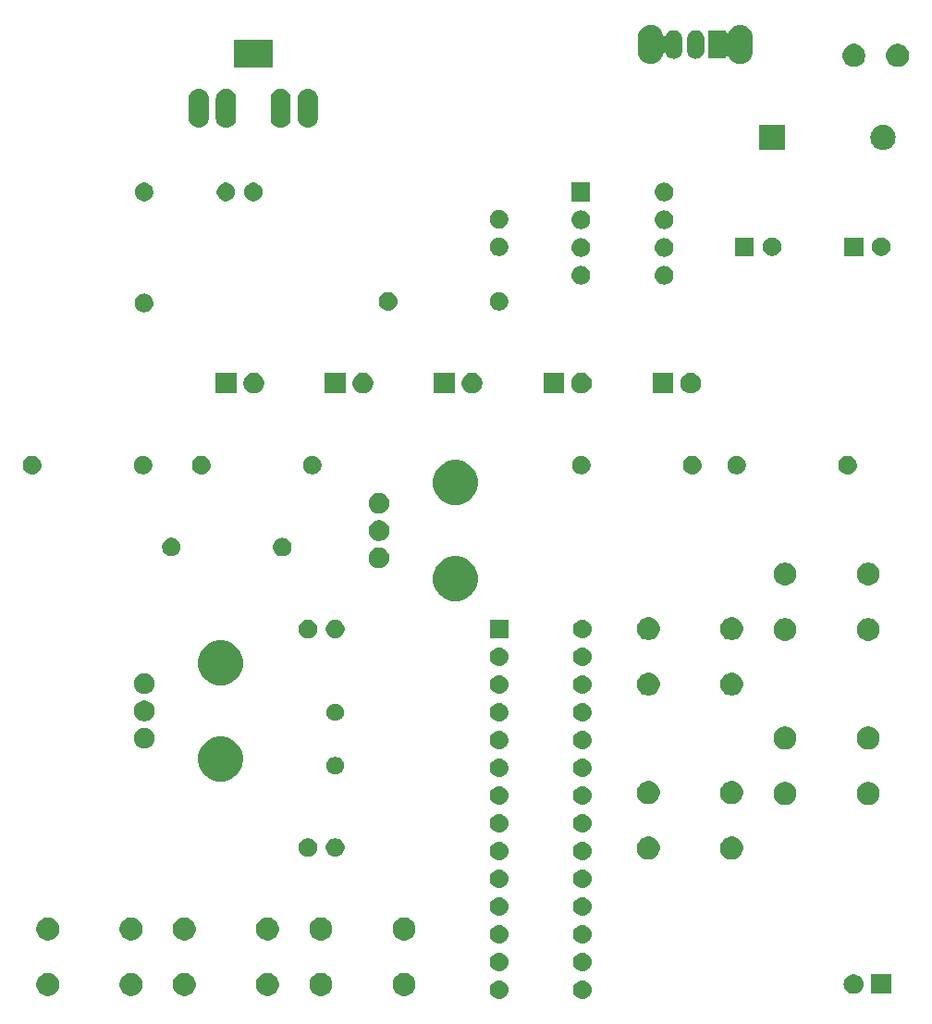
<source format=gbr>
G04 #@! TF.GenerationSoftware,KiCad,Pcbnew,(5.0.1)-3*
G04 #@! TF.CreationDate,2019-03-22T11:01:08+00:00*
G04 #@! TF.ProjectId,drumkid,6472756D6B69642E6B696361645F7063,v01*
G04 #@! TF.SameCoordinates,Original*
G04 #@! TF.FileFunction,Soldermask,Bot*
G04 #@! TF.FilePolarity,Negative*
%FSLAX46Y46*%
G04 Gerber Fmt 4.6, Leading zero omitted, Abs format (unit mm)*
G04 Created by KiCad (PCBNEW (5.0.1)-3) date 22/03/2019 11:01:08*
%MOMM*%
%LPD*%
G01*
G04 APERTURE LIST*
%ADD10C,0.100000*%
G04 APERTURE END LIST*
D10*
G36*
X97786821Y-119681313D02*
X97786824Y-119681314D01*
X97786825Y-119681314D01*
X97947239Y-119729975D01*
X97947241Y-119729976D01*
X97947244Y-119729977D01*
X98095078Y-119808995D01*
X98224659Y-119915341D01*
X98331005Y-120044922D01*
X98410023Y-120192756D01*
X98458687Y-120353179D01*
X98475117Y-120520000D01*
X98458687Y-120686821D01*
X98458686Y-120686824D01*
X98458686Y-120686825D01*
X98413300Y-120836443D01*
X98410023Y-120847244D01*
X98331005Y-120995078D01*
X98224659Y-121124659D01*
X98095078Y-121231005D01*
X97947244Y-121310023D01*
X97947241Y-121310024D01*
X97947239Y-121310025D01*
X97786825Y-121358686D01*
X97786824Y-121358686D01*
X97786821Y-121358687D01*
X97661804Y-121371000D01*
X97578196Y-121371000D01*
X97453179Y-121358687D01*
X97453176Y-121358686D01*
X97453175Y-121358686D01*
X97292761Y-121310025D01*
X97292759Y-121310024D01*
X97292756Y-121310023D01*
X97144922Y-121231005D01*
X97015341Y-121124659D01*
X96908995Y-120995078D01*
X96829977Y-120847244D01*
X96826701Y-120836443D01*
X96781314Y-120686825D01*
X96781314Y-120686824D01*
X96781313Y-120686821D01*
X96764883Y-120520000D01*
X96781313Y-120353179D01*
X96829977Y-120192756D01*
X96908995Y-120044922D01*
X97015341Y-119915341D01*
X97144922Y-119808995D01*
X97292756Y-119729977D01*
X97292759Y-119729976D01*
X97292761Y-119729975D01*
X97453175Y-119681314D01*
X97453176Y-119681314D01*
X97453179Y-119681313D01*
X97578196Y-119669000D01*
X97661804Y-119669000D01*
X97786821Y-119681313D01*
X97786821Y-119681313D01*
G37*
G36*
X90166821Y-119681313D02*
X90166824Y-119681314D01*
X90166825Y-119681314D01*
X90327239Y-119729975D01*
X90327241Y-119729976D01*
X90327244Y-119729977D01*
X90475078Y-119808995D01*
X90604659Y-119915341D01*
X90711005Y-120044922D01*
X90790023Y-120192756D01*
X90838687Y-120353179D01*
X90855117Y-120520000D01*
X90838687Y-120686821D01*
X90838686Y-120686824D01*
X90838686Y-120686825D01*
X90793300Y-120836443D01*
X90790023Y-120847244D01*
X90711005Y-120995078D01*
X90604659Y-121124659D01*
X90475078Y-121231005D01*
X90327244Y-121310023D01*
X90327241Y-121310024D01*
X90327239Y-121310025D01*
X90166825Y-121358686D01*
X90166824Y-121358686D01*
X90166821Y-121358687D01*
X90041804Y-121371000D01*
X89958196Y-121371000D01*
X89833179Y-121358687D01*
X89833176Y-121358686D01*
X89833175Y-121358686D01*
X89672761Y-121310025D01*
X89672759Y-121310024D01*
X89672756Y-121310023D01*
X89524922Y-121231005D01*
X89395341Y-121124659D01*
X89288995Y-120995078D01*
X89209977Y-120847244D01*
X89206701Y-120836443D01*
X89161314Y-120686825D01*
X89161314Y-120686824D01*
X89161313Y-120686821D01*
X89144883Y-120520000D01*
X89161313Y-120353179D01*
X89209977Y-120192756D01*
X89288995Y-120044922D01*
X89395341Y-119915341D01*
X89524922Y-119808995D01*
X89672756Y-119729977D01*
X89672759Y-119729976D01*
X89672761Y-119729975D01*
X89833175Y-119681314D01*
X89833176Y-119681314D01*
X89833179Y-119681313D01*
X89958196Y-119669000D01*
X90041804Y-119669000D01*
X90166821Y-119681313D01*
X90166821Y-119681313D01*
G37*
G36*
X69116565Y-119029389D02*
X69307834Y-119108615D01*
X69479976Y-119223637D01*
X69626363Y-119370024D01*
X69741385Y-119542166D01*
X69820611Y-119733435D01*
X69861000Y-119936484D01*
X69861000Y-120143516D01*
X69820611Y-120346565D01*
X69741385Y-120537834D01*
X69626363Y-120709976D01*
X69479976Y-120856363D01*
X69307834Y-120971385D01*
X69116565Y-121050611D01*
X68913516Y-121091000D01*
X68706484Y-121091000D01*
X68503435Y-121050611D01*
X68312166Y-120971385D01*
X68140024Y-120856363D01*
X67993637Y-120709976D01*
X67878615Y-120537834D01*
X67799389Y-120346565D01*
X67759000Y-120143516D01*
X67759000Y-119936484D01*
X67799389Y-119733435D01*
X67878615Y-119542166D01*
X67993637Y-119370024D01*
X68140024Y-119223637D01*
X68312166Y-119108615D01*
X68503435Y-119029389D01*
X68706484Y-118989000D01*
X68913516Y-118989000D01*
X69116565Y-119029389D01*
X69116565Y-119029389D01*
G37*
G36*
X61496565Y-119029389D02*
X61687834Y-119108615D01*
X61859976Y-119223637D01*
X62006363Y-119370024D01*
X62121385Y-119542166D01*
X62200611Y-119733435D01*
X62241000Y-119936484D01*
X62241000Y-120143516D01*
X62200611Y-120346565D01*
X62121385Y-120537834D01*
X62006363Y-120709976D01*
X61859976Y-120856363D01*
X61687834Y-120971385D01*
X61496565Y-121050611D01*
X61293516Y-121091000D01*
X61086484Y-121091000D01*
X60883435Y-121050611D01*
X60692166Y-120971385D01*
X60520024Y-120856363D01*
X60373637Y-120709976D01*
X60258615Y-120537834D01*
X60179389Y-120346565D01*
X60139000Y-120143516D01*
X60139000Y-119936484D01*
X60179389Y-119733435D01*
X60258615Y-119542166D01*
X60373637Y-119370024D01*
X60520024Y-119223637D01*
X60692166Y-119108615D01*
X60883435Y-119029389D01*
X61086484Y-118989000D01*
X61293516Y-118989000D01*
X61496565Y-119029389D01*
X61496565Y-119029389D01*
G37*
G36*
X73996565Y-119029389D02*
X74187834Y-119108615D01*
X74359976Y-119223637D01*
X74506363Y-119370024D01*
X74621385Y-119542166D01*
X74700611Y-119733435D01*
X74741000Y-119936484D01*
X74741000Y-120143516D01*
X74700611Y-120346565D01*
X74621385Y-120537834D01*
X74506363Y-120709976D01*
X74359976Y-120856363D01*
X74187834Y-120971385D01*
X73996565Y-121050611D01*
X73793516Y-121091000D01*
X73586484Y-121091000D01*
X73383435Y-121050611D01*
X73192166Y-120971385D01*
X73020024Y-120856363D01*
X72873637Y-120709976D01*
X72758615Y-120537834D01*
X72679389Y-120346565D01*
X72639000Y-120143516D01*
X72639000Y-119936484D01*
X72679389Y-119733435D01*
X72758615Y-119542166D01*
X72873637Y-119370024D01*
X73020024Y-119223637D01*
X73192166Y-119108615D01*
X73383435Y-119029389D01*
X73586484Y-118989000D01*
X73793516Y-118989000D01*
X73996565Y-119029389D01*
X73996565Y-119029389D01*
G37*
G36*
X81616565Y-119029389D02*
X81807834Y-119108615D01*
X81979976Y-119223637D01*
X82126363Y-119370024D01*
X82241385Y-119542166D01*
X82320611Y-119733435D01*
X82361000Y-119936484D01*
X82361000Y-120143516D01*
X82320611Y-120346565D01*
X82241385Y-120537834D01*
X82126363Y-120709976D01*
X81979976Y-120856363D01*
X81807834Y-120971385D01*
X81616565Y-121050611D01*
X81413516Y-121091000D01*
X81206484Y-121091000D01*
X81003435Y-121050611D01*
X80812166Y-120971385D01*
X80640024Y-120856363D01*
X80493637Y-120709976D01*
X80378615Y-120537834D01*
X80299389Y-120346565D01*
X80259000Y-120143516D01*
X80259000Y-119936484D01*
X80299389Y-119733435D01*
X80378615Y-119542166D01*
X80493637Y-119370024D01*
X80640024Y-119223637D01*
X80812166Y-119108615D01*
X81003435Y-119029389D01*
X81206484Y-118989000D01*
X81413516Y-118989000D01*
X81616565Y-119029389D01*
X81616565Y-119029389D01*
G37*
G36*
X48996565Y-119029389D02*
X49187834Y-119108615D01*
X49359976Y-119223637D01*
X49506363Y-119370024D01*
X49621385Y-119542166D01*
X49700611Y-119733435D01*
X49741000Y-119936484D01*
X49741000Y-120143516D01*
X49700611Y-120346565D01*
X49621385Y-120537834D01*
X49506363Y-120709976D01*
X49359976Y-120856363D01*
X49187834Y-120971385D01*
X48996565Y-121050611D01*
X48793516Y-121091000D01*
X48586484Y-121091000D01*
X48383435Y-121050611D01*
X48192166Y-120971385D01*
X48020024Y-120856363D01*
X47873637Y-120709976D01*
X47758615Y-120537834D01*
X47679389Y-120346565D01*
X47639000Y-120143516D01*
X47639000Y-119936484D01*
X47679389Y-119733435D01*
X47758615Y-119542166D01*
X47873637Y-119370024D01*
X48020024Y-119223637D01*
X48192166Y-119108615D01*
X48383435Y-119029389D01*
X48586484Y-118989000D01*
X48793516Y-118989000D01*
X48996565Y-119029389D01*
X48996565Y-119029389D01*
G37*
G36*
X56616565Y-119029389D02*
X56807834Y-119108615D01*
X56979976Y-119223637D01*
X57126363Y-119370024D01*
X57241385Y-119542166D01*
X57320611Y-119733435D01*
X57361000Y-119936484D01*
X57361000Y-120143516D01*
X57320611Y-120346565D01*
X57241385Y-120537834D01*
X57126363Y-120709976D01*
X56979976Y-120856363D01*
X56807834Y-120971385D01*
X56616565Y-121050611D01*
X56413516Y-121091000D01*
X56206484Y-121091000D01*
X56003435Y-121050611D01*
X55812166Y-120971385D01*
X55640024Y-120856363D01*
X55493637Y-120709976D01*
X55378615Y-120537834D01*
X55299389Y-120346565D01*
X55259000Y-120143516D01*
X55259000Y-119936484D01*
X55299389Y-119733435D01*
X55378615Y-119542166D01*
X55493637Y-119370024D01*
X55640024Y-119223637D01*
X55812166Y-119108615D01*
X56003435Y-119029389D01*
X56206484Y-118989000D01*
X56413516Y-118989000D01*
X56616565Y-119029389D01*
X56616565Y-119029389D01*
G37*
G36*
X125901000Y-120901000D02*
X124099000Y-120901000D01*
X124099000Y-119099000D01*
X125901000Y-119099000D01*
X125901000Y-120901000D01*
X125901000Y-120901000D01*
G37*
G36*
X122570443Y-119105519D02*
X122636627Y-119112037D01*
X122749853Y-119146384D01*
X122806467Y-119163557D01*
X122918863Y-119223635D01*
X122962991Y-119247222D01*
X122998729Y-119276552D01*
X123100186Y-119359814D01*
X123183448Y-119461271D01*
X123212778Y-119497009D01*
X123212779Y-119497011D01*
X123296443Y-119653533D01*
X123296443Y-119653534D01*
X123347963Y-119823373D01*
X123365359Y-120000000D01*
X123347963Y-120176627D01*
X123313616Y-120289853D01*
X123296443Y-120346467D01*
X123292857Y-120353175D01*
X123212778Y-120502991D01*
X123198819Y-120520000D01*
X123100186Y-120640186D01*
X123015149Y-120709973D01*
X122962991Y-120752778D01*
X122962989Y-120752779D01*
X122806467Y-120836443D01*
X122770860Y-120847244D01*
X122636627Y-120887963D01*
X122570442Y-120894482D01*
X122504260Y-120901000D01*
X122415740Y-120901000D01*
X122349558Y-120894482D01*
X122283373Y-120887963D01*
X122149140Y-120847244D01*
X122113533Y-120836443D01*
X121957011Y-120752779D01*
X121957009Y-120752778D01*
X121904851Y-120709973D01*
X121819814Y-120640186D01*
X121721181Y-120520000D01*
X121707222Y-120502991D01*
X121627143Y-120353175D01*
X121623557Y-120346467D01*
X121606384Y-120289853D01*
X121572037Y-120176627D01*
X121554641Y-120000000D01*
X121572037Y-119823373D01*
X121623557Y-119653534D01*
X121623557Y-119653533D01*
X121707221Y-119497011D01*
X121707222Y-119497009D01*
X121736552Y-119461271D01*
X121819814Y-119359814D01*
X121921271Y-119276552D01*
X121957009Y-119247222D01*
X122001137Y-119223635D01*
X122113533Y-119163557D01*
X122170147Y-119146384D01*
X122283373Y-119112037D01*
X122349557Y-119105519D01*
X122415740Y-119099000D01*
X122504260Y-119099000D01*
X122570443Y-119105519D01*
X122570443Y-119105519D01*
G37*
G36*
X90166821Y-117141313D02*
X90166824Y-117141314D01*
X90166825Y-117141314D01*
X90327239Y-117189975D01*
X90327241Y-117189976D01*
X90327244Y-117189977D01*
X90475078Y-117268995D01*
X90604659Y-117375341D01*
X90711005Y-117504922D01*
X90790023Y-117652756D01*
X90838687Y-117813179D01*
X90855117Y-117980000D01*
X90838687Y-118146821D01*
X90790023Y-118307244D01*
X90711005Y-118455078D01*
X90604659Y-118584659D01*
X90475078Y-118691005D01*
X90327244Y-118770023D01*
X90327241Y-118770024D01*
X90327239Y-118770025D01*
X90166825Y-118818686D01*
X90166824Y-118818686D01*
X90166821Y-118818687D01*
X90041804Y-118831000D01*
X89958196Y-118831000D01*
X89833179Y-118818687D01*
X89833176Y-118818686D01*
X89833175Y-118818686D01*
X89672761Y-118770025D01*
X89672759Y-118770024D01*
X89672756Y-118770023D01*
X89524922Y-118691005D01*
X89395341Y-118584659D01*
X89288995Y-118455078D01*
X89209977Y-118307244D01*
X89161313Y-118146821D01*
X89144883Y-117980000D01*
X89161313Y-117813179D01*
X89209977Y-117652756D01*
X89288995Y-117504922D01*
X89395341Y-117375341D01*
X89524922Y-117268995D01*
X89672756Y-117189977D01*
X89672759Y-117189976D01*
X89672761Y-117189975D01*
X89833175Y-117141314D01*
X89833176Y-117141314D01*
X89833179Y-117141313D01*
X89958196Y-117129000D01*
X90041804Y-117129000D01*
X90166821Y-117141313D01*
X90166821Y-117141313D01*
G37*
G36*
X97786821Y-117141313D02*
X97786824Y-117141314D01*
X97786825Y-117141314D01*
X97947239Y-117189975D01*
X97947241Y-117189976D01*
X97947244Y-117189977D01*
X98095078Y-117268995D01*
X98224659Y-117375341D01*
X98331005Y-117504922D01*
X98410023Y-117652756D01*
X98458687Y-117813179D01*
X98475117Y-117980000D01*
X98458687Y-118146821D01*
X98410023Y-118307244D01*
X98331005Y-118455078D01*
X98224659Y-118584659D01*
X98095078Y-118691005D01*
X97947244Y-118770023D01*
X97947241Y-118770024D01*
X97947239Y-118770025D01*
X97786825Y-118818686D01*
X97786824Y-118818686D01*
X97786821Y-118818687D01*
X97661804Y-118831000D01*
X97578196Y-118831000D01*
X97453179Y-118818687D01*
X97453176Y-118818686D01*
X97453175Y-118818686D01*
X97292761Y-118770025D01*
X97292759Y-118770024D01*
X97292756Y-118770023D01*
X97144922Y-118691005D01*
X97015341Y-118584659D01*
X96908995Y-118455078D01*
X96829977Y-118307244D01*
X96781313Y-118146821D01*
X96764883Y-117980000D01*
X96781313Y-117813179D01*
X96829977Y-117652756D01*
X96908995Y-117504922D01*
X97015341Y-117375341D01*
X97144922Y-117268995D01*
X97292756Y-117189977D01*
X97292759Y-117189976D01*
X97292761Y-117189975D01*
X97453175Y-117141314D01*
X97453176Y-117141314D01*
X97453179Y-117141313D01*
X97578196Y-117129000D01*
X97661804Y-117129000D01*
X97786821Y-117141313D01*
X97786821Y-117141313D01*
G37*
G36*
X90166821Y-114601313D02*
X90166824Y-114601314D01*
X90166825Y-114601314D01*
X90327239Y-114649975D01*
X90327241Y-114649976D01*
X90327244Y-114649977D01*
X90475078Y-114728995D01*
X90604659Y-114835341D01*
X90711005Y-114964922D01*
X90790023Y-115112756D01*
X90838687Y-115273179D01*
X90855117Y-115440000D01*
X90838687Y-115606821D01*
X90790023Y-115767244D01*
X90711005Y-115915078D01*
X90604659Y-116044659D01*
X90475078Y-116151005D01*
X90327244Y-116230023D01*
X90327241Y-116230024D01*
X90327239Y-116230025D01*
X90166825Y-116278686D01*
X90166824Y-116278686D01*
X90166821Y-116278687D01*
X90041804Y-116291000D01*
X89958196Y-116291000D01*
X89833179Y-116278687D01*
X89833176Y-116278686D01*
X89833175Y-116278686D01*
X89672761Y-116230025D01*
X89672759Y-116230024D01*
X89672756Y-116230023D01*
X89524922Y-116151005D01*
X89395341Y-116044659D01*
X89288995Y-115915078D01*
X89209977Y-115767244D01*
X89161313Y-115606821D01*
X89144883Y-115440000D01*
X89161313Y-115273179D01*
X89209977Y-115112756D01*
X89288995Y-114964922D01*
X89395341Y-114835341D01*
X89524922Y-114728995D01*
X89672756Y-114649977D01*
X89672759Y-114649976D01*
X89672761Y-114649975D01*
X89833175Y-114601314D01*
X89833176Y-114601314D01*
X89833179Y-114601313D01*
X89958196Y-114589000D01*
X90041804Y-114589000D01*
X90166821Y-114601313D01*
X90166821Y-114601313D01*
G37*
G36*
X97786821Y-114601313D02*
X97786824Y-114601314D01*
X97786825Y-114601314D01*
X97947239Y-114649975D01*
X97947241Y-114649976D01*
X97947244Y-114649977D01*
X98095078Y-114728995D01*
X98224659Y-114835341D01*
X98331005Y-114964922D01*
X98410023Y-115112756D01*
X98458687Y-115273179D01*
X98475117Y-115440000D01*
X98458687Y-115606821D01*
X98410023Y-115767244D01*
X98331005Y-115915078D01*
X98224659Y-116044659D01*
X98095078Y-116151005D01*
X97947244Y-116230023D01*
X97947241Y-116230024D01*
X97947239Y-116230025D01*
X97786825Y-116278686D01*
X97786824Y-116278686D01*
X97786821Y-116278687D01*
X97661804Y-116291000D01*
X97578196Y-116291000D01*
X97453179Y-116278687D01*
X97453176Y-116278686D01*
X97453175Y-116278686D01*
X97292761Y-116230025D01*
X97292759Y-116230024D01*
X97292756Y-116230023D01*
X97144922Y-116151005D01*
X97015341Y-116044659D01*
X96908995Y-115915078D01*
X96829977Y-115767244D01*
X96781313Y-115606821D01*
X96764883Y-115440000D01*
X96781313Y-115273179D01*
X96829977Y-115112756D01*
X96908995Y-114964922D01*
X97015341Y-114835341D01*
X97144922Y-114728995D01*
X97292756Y-114649977D01*
X97292759Y-114649976D01*
X97292761Y-114649975D01*
X97453175Y-114601314D01*
X97453176Y-114601314D01*
X97453179Y-114601313D01*
X97578196Y-114589000D01*
X97661804Y-114589000D01*
X97786821Y-114601313D01*
X97786821Y-114601313D01*
G37*
G36*
X73996565Y-113949389D02*
X74187834Y-114028615D01*
X74359976Y-114143637D01*
X74506363Y-114290024D01*
X74621385Y-114462166D01*
X74700611Y-114653435D01*
X74741000Y-114856484D01*
X74741000Y-115063516D01*
X74700611Y-115266565D01*
X74621385Y-115457834D01*
X74506363Y-115629976D01*
X74359976Y-115776363D01*
X74187834Y-115891385D01*
X73996565Y-115970611D01*
X73793516Y-116011000D01*
X73586484Y-116011000D01*
X73383435Y-115970611D01*
X73192166Y-115891385D01*
X73020024Y-115776363D01*
X72873637Y-115629976D01*
X72758615Y-115457834D01*
X72679389Y-115266565D01*
X72639000Y-115063516D01*
X72639000Y-114856484D01*
X72679389Y-114653435D01*
X72758615Y-114462166D01*
X72873637Y-114290024D01*
X73020024Y-114143637D01*
X73192166Y-114028615D01*
X73383435Y-113949389D01*
X73586484Y-113909000D01*
X73793516Y-113909000D01*
X73996565Y-113949389D01*
X73996565Y-113949389D01*
G37*
G36*
X81616565Y-113949389D02*
X81807834Y-114028615D01*
X81979976Y-114143637D01*
X82126363Y-114290024D01*
X82241385Y-114462166D01*
X82320611Y-114653435D01*
X82361000Y-114856484D01*
X82361000Y-115063516D01*
X82320611Y-115266565D01*
X82241385Y-115457834D01*
X82126363Y-115629976D01*
X81979976Y-115776363D01*
X81807834Y-115891385D01*
X81616565Y-115970611D01*
X81413516Y-116011000D01*
X81206484Y-116011000D01*
X81003435Y-115970611D01*
X80812166Y-115891385D01*
X80640024Y-115776363D01*
X80493637Y-115629976D01*
X80378615Y-115457834D01*
X80299389Y-115266565D01*
X80259000Y-115063516D01*
X80259000Y-114856484D01*
X80299389Y-114653435D01*
X80378615Y-114462166D01*
X80493637Y-114290024D01*
X80640024Y-114143637D01*
X80812166Y-114028615D01*
X81003435Y-113949389D01*
X81206484Y-113909000D01*
X81413516Y-113909000D01*
X81616565Y-113949389D01*
X81616565Y-113949389D01*
G37*
G36*
X56616565Y-113949389D02*
X56807834Y-114028615D01*
X56979976Y-114143637D01*
X57126363Y-114290024D01*
X57241385Y-114462166D01*
X57320611Y-114653435D01*
X57361000Y-114856484D01*
X57361000Y-115063516D01*
X57320611Y-115266565D01*
X57241385Y-115457834D01*
X57126363Y-115629976D01*
X56979976Y-115776363D01*
X56807834Y-115891385D01*
X56616565Y-115970611D01*
X56413516Y-116011000D01*
X56206484Y-116011000D01*
X56003435Y-115970611D01*
X55812166Y-115891385D01*
X55640024Y-115776363D01*
X55493637Y-115629976D01*
X55378615Y-115457834D01*
X55299389Y-115266565D01*
X55259000Y-115063516D01*
X55259000Y-114856484D01*
X55299389Y-114653435D01*
X55378615Y-114462166D01*
X55493637Y-114290024D01*
X55640024Y-114143637D01*
X55812166Y-114028615D01*
X56003435Y-113949389D01*
X56206484Y-113909000D01*
X56413516Y-113909000D01*
X56616565Y-113949389D01*
X56616565Y-113949389D01*
G37*
G36*
X48996565Y-113949389D02*
X49187834Y-114028615D01*
X49359976Y-114143637D01*
X49506363Y-114290024D01*
X49621385Y-114462166D01*
X49700611Y-114653435D01*
X49741000Y-114856484D01*
X49741000Y-115063516D01*
X49700611Y-115266565D01*
X49621385Y-115457834D01*
X49506363Y-115629976D01*
X49359976Y-115776363D01*
X49187834Y-115891385D01*
X48996565Y-115970611D01*
X48793516Y-116011000D01*
X48586484Y-116011000D01*
X48383435Y-115970611D01*
X48192166Y-115891385D01*
X48020024Y-115776363D01*
X47873637Y-115629976D01*
X47758615Y-115457834D01*
X47679389Y-115266565D01*
X47639000Y-115063516D01*
X47639000Y-114856484D01*
X47679389Y-114653435D01*
X47758615Y-114462166D01*
X47873637Y-114290024D01*
X48020024Y-114143637D01*
X48192166Y-114028615D01*
X48383435Y-113949389D01*
X48586484Y-113909000D01*
X48793516Y-113909000D01*
X48996565Y-113949389D01*
X48996565Y-113949389D01*
G37*
G36*
X61496565Y-113949389D02*
X61687834Y-114028615D01*
X61859976Y-114143637D01*
X62006363Y-114290024D01*
X62121385Y-114462166D01*
X62200611Y-114653435D01*
X62241000Y-114856484D01*
X62241000Y-115063516D01*
X62200611Y-115266565D01*
X62121385Y-115457834D01*
X62006363Y-115629976D01*
X61859976Y-115776363D01*
X61687834Y-115891385D01*
X61496565Y-115970611D01*
X61293516Y-116011000D01*
X61086484Y-116011000D01*
X60883435Y-115970611D01*
X60692166Y-115891385D01*
X60520024Y-115776363D01*
X60373637Y-115629976D01*
X60258615Y-115457834D01*
X60179389Y-115266565D01*
X60139000Y-115063516D01*
X60139000Y-114856484D01*
X60179389Y-114653435D01*
X60258615Y-114462166D01*
X60373637Y-114290024D01*
X60520024Y-114143637D01*
X60692166Y-114028615D01*
X60883435Y-113949389D01*
X61086484Y-113909000D01*
X61293516Y-113909000D01*
X61496565Y-113949389D01*
X61496565Y-113949389D01*
G37*
G36*
X69116565Y-113949389D02*
X69307834Y-114028615D01*
X69479976Y-114143637D01*
X69626363Y-114290024D01*
X69741385Y-114462166D01*
X69820611Y-114653435D01*
X69861000Y-114856484D01*
X69861000Y-115063516D01*
X69820611Y-115266565D01*
X69741385Y-115457834D01*
X69626363Y-115629976D01*
X69479976Y-115776363D01*
X69307834Y-115891385D01*
X69116565Y-115970611D01*
X68913516Y-116011000D01*
X68706484Y-116011000D01*
X68503435Y-115970611D01*
X68312166Y-115891385D01*
X68140024Y-115776363D01*
X67993637Y-115629976D01*
X67878615Y-115457834D01*
X67799389Y-115266565D01*
X67759000Y-115063516D01*
X67759000Y-114856484D01*
X67799389Y-114653435D01*
X67878615Y-114462166D01*
X67993637Y-114290024D01*
X68140024Y-114143637D01*
X68312166Y-114028615D01*
X68503435Y-113949389D01*
X68706484Y-113909000D01*
X68913516Y-113909000D01*
X69116565Y-113949389D01*
X69116565Y-113949389D01*
G37*
G36*
X90166821Y-112061313D02*
X90166824Y-112061314D01*
X90166825Y-112061314D01*
X90327239Y-112109975D01*
X90327241Y-112109976D01*
X90327244Y-112109977D01*
X90475078Y-112188995D01*
X90604659Y-112295341D01*
X90711005Y-112424922D01*
X90790023Y-112572756D01*
X90838687Y-112733179D01*
X90855117Y-112900000D01*
X90838687Y-113066821D01*
X90790023Y-113227244D01*
X90711005Y-113375078D01*
X90604659Y-113504659D01*
X90475078Y-113611005D01*
X90327244Y-113690023D01*
X90327241Y-113690024D01*
X90327239Y-113690025D01*
X90166825Y-113738686D01*
X90166824Y-113738686D01*
X90166821Y-113738687D01*
X90041804Y-113751000D01*
X89958196Y-113751000D01*
X89833179Y-113738687D01*
X89833176Y-113738686D01*
X89833175Y-113738686D01*
X89672761Y-113690025D01*
X89672759Y-113690024D01*
X89672756Y-113690023D01*
X89524922Y-113611005D01*
X89395341Y-113504659D01*
X89288995Y-113375078D01*
X89209977Y-113227244D01*
X89161313Y-113066821D01*
X89144883Y-112900000D01*
X89161313Y-112733179D01*
X89209977Y-112572756D01*
X89288995Y-112424922D01*
X89395341Y-112295341D01*
X89524922Y-112188995D01*
X89672756Y-112109977D01*
X89672759Y-112109976D01*
X89672761Y-112109975D01*
X89833175Y-112061314D01*
X89833176Y-112061314D01*
X89833179Y-112061313D01*
X89958196Y-112049000D01*
X90041804Y-112049000D01*
X90166821Y-112061313D01*
X90166821Y-112061313D01*
G37*
G36*
X97786821Y-112061313D02*
X97786824Y-112061314D01*
X97786825Y-112061314D01*
X97947239Y-112109975D01*
X97947241Y-112109976D01*
X97947244Y-112109977D01*
X98095078Y-112188995D01*
X98224659Y-112295341D01*
X98331005Y-112424922D01*
X98410023Y-112572756D01*
X98458687Y-112733179D01*
X98475117Y-112900000D01*
X98458687Y-113066821D01*
X98410023Y-113227244D01*
X98331005Y-113375078D01*
X98224659Y-113504659D01*
X98095078Y-113611005D01*
X97947244Y-113690023D01*
X97947241Y-113690024D01*
X97947239Y-113690025D01*
X97786825Y-113738686D01*
X97786824Y-113738686D01*
X97786821Y-113738687D01*
X97661804Y-113751000D01*
X97578196Y-113751000D01*
X97453179Y-113738687D01*
X97453176Y-113738686D01*
X97453175Y-113738686D01*
X97292761Y-113690025D01*
X97292759Y-113690024D01*
X97292756Y-113690023D01*
X97144922Y-113611005D01*
X97015341Y-113504659D01*
X96908995Y-113375078D01*
X96829977Y-113227244D01*
X96781313Y-113066821D01*
X96764883Y-112900000D01*
X96781313Y-112733179D01*
X96829977Y-112572756D01*
X96908995Y-112424922D01*
X97015341Y-112295341D01*
X97144922Y-112188995D01*
X97292756Y-112109977D01*
X97292759Y-112109976D01*
X97292761Y-112109975D01*
X97453175Y-112061314D01*
X97453176Y-112061314D01*
X97453179Y-112061313D01*
X97578196Y-112049000D01*
X97661804Y-112049000D01*
X97786821Y-112061313D01*
X97786821Y-112061313D01*
G37*
G36*
X97786821Y-109521313D02*
X97786824Y-109521314D01*
X97786825Y-109521314D01*
X97947239Y-109569975D01*
X97947241Y-109569976D01*
X97947244Y-109569977D01*
X98095078Y-109648995D01*
X98224659Y-109755341D01*
X98331005Y-109884922D01*
X98410023Y-110032756D01*
X98458687Y-110193179D01*
X98475117Y-110360000D01*
X98458687Y-110526821D01*
X98410023Y-110687244D01*
X98331005Y-110835078D01*
X98224659Y-110964659D01*
X98095078Y-111071005D01*
X97947244Y-111150023D01*
X97947241Y-111150024D01*
X97947239Y-111150025D01*
X97786825Y-111198686D01*
X97786824Y-111198686D01*
X97786821Y-111198687D01*
X97661804Y-111211000D01*
X97578196Y-111211000D01*
X97453179Y-111198687D01*
X97453176Y-111198686D01*
X97453175Y-111198686D01*
X97292761Y-111150025D01*
X97292759Y-111150024D01*
X97292756Y-111150023D01*
X97144922Y-111071005D01*
X97015341Y-110964659D01*
X96908995Y-110835078D01*
X96829977Y-110687244D01*
X96781313Y-110526821D01*
X96764883Y-110360000D01*
X96781313Y-110193179D01*
X96829977Y-110032756D01*
X96908995Y-109884922D01*
X97015341Y-109755341D01*
X97144922Y-109648995D01*
X97292756Y-109569977D01*
X97292759Y-109569976D01*
X97292761Y-109569975D01*
X97453175Y-109521314D01*
X97453176Y-109521314D01*
X97453179Y-109521313D01*
X97578196Y-109509000D01*
X97661804Y-109509000D01*
X97786821Y-109521313D01*
X97786821Y-109521313D01*
G37*
G36*
X90166821Y-109521313D02*
X90166824Y-109521314D01*
X90166825Y-109521314D01*
X90327239Y-109569975D01*
X90327241Y-109569976D01*
X90327244Y-109569977D01*
X90475078Y-109648995D01*
X90604659Y-109755341D01*
X90711005Y-109884922D01*
X90790023Y-110032756D01*
X90838687Y-110193179D01*
X90855117Y-110360000D01*
X90838687Y-110526821D01*
X90790023Y-110687244D01*
X90711005Y-110835078D01*
X90604659Y-110964659D01*
X90475078Y-111071005D01*
X90327244Y-111150023D01*
X90327241Y-111150024D01*
X90327239Y-111150025D01*
X90166825Y-111198686D01*
X90166824Y-111198686D01*
X90166821Y-111198687D01*
X90041804Y-111211000D01*
X89958196Y-111211000D01*
X89833179Y-111198687D01*
X89833176Y-111198686D01*
X89833175Y-111198686D01*
X89672761Y-111150025D01*
X89672759Y-111150024D01*
X89672756Y-111150023D01*
X89524922Y-111071005D01*
X89395341Y-110964659D01*
X89288995Y-110835078D01*
X89209977Y-110687244D01*
X89161313Y-110526821D01*
X89144883Y-110360000D01*
X89161313Y-110193179D01*
X89209977Y-110032756D01*
X89288995Y-109884922D01*
X89395341Y-109755341D01*
X89524922Y-109648995D01*
X89672756Y-109569977D01*
X89672759Y-109569976D01*
X89672761Y-109569975D01*
X89833175Y-109521314D01*
X89833176Y-109521314D01*
X89833179Y-109521313D01*
X89958196Y-109509000D01*
X90041804Y-109509000D01*
X90166821Y-109521313D01*
X90166821Y-109521313D01*
G37*
G36*
X97786821Y-106981313D02*
X97786824Y-106981314D01*
X97786825Y-106981314D01*
X97947239Y-107029975D01*
X97947241Y-107029976D01*
X97947244Y-107029977D01*
X98095078Y-107108995D01*
X98224659Y-107215341D01*
X98331005Y-107344922D01*
X98410023Y-107492756D01*
X98458687Y-107653179D01*
X98475117Y-107820000D01*
X98458687Y-107986821D01*
X98458686Y-107986824D01*
X98458686Y-107986825D01*
X98443213Y-108037834D01*
X98410023Y-108147244D01*
X98331005Y-108295078D01*
X98224659Y-108424659D01*
X98095078Y-108531005D01*
X97947244Y-108610023D01*
X97947241Y-108610024D01*
X97947239Y-108610025D01*
X97786825Y-108658686D01*
X97786824Y-108658686D01*
X97786821Y-108658687D01*
X97661804Y-108671000D01*
X97578196Y-108671000D01*
X97453179Y-108658687D01*
X97453176Y-108658686D01*
X97453175Y-108658686D01*
X97292761Y-108610025D01*
X97292759Y-108610024D01*
X97292756Y-108610023D01*
X97144922Y-108531005D01*
X97015341Y-108424659D01*
X96908995Y-108295078D01*
X96829977Y-108147244D01*
X96796788Y-108037834D01*
X96781314Y-107986825D01*
X96781314Y-107986824D01*
X96781313Y-107986821D01*
X96764883Y-107820000D01*
X96781313Y-107653179D01*
X96829977Y-107492756D01*
X96908995Y-107344922D01*
X97015341Y-107215341D01*
X97144922Y-107108995D01*
X97292756Y-107029977D01*
X97292759Y-107029976D01*
X97292761Y-107029975D01*
X97453175Y-106981314D01*
X97453176Y-106981314D01*
X97453179Y-106981313D01*
X97578196Y-106969000D01*
X97661804Y-106969000D01*
X97786821Y-106981313D01*
X97786821Y-106981313D01*
G37*
G36*
X90166821Y-106981313D02*
X90166824Y-106981314D01*
X90166825Y-106981314D01*
X90327239Y-107029975D01*
X90327241Y-107029976D01*
X90327244Y-107029977D01*
X90475078Y-107108995D01*
X90604659Y-107215341D01*
X90711005Y-107344922D01*
X90790023Y-107492756D01*
X90838687Y-107653179D01*
X90855117Y-107820000D01*
X90838687Y-107986821D01*
X90838686Y-107986824D01*
X90838686Y-107986825D01*
X90823213Y-108037834D01*
X90790023Y-108147244D01*
X90711005Y-108295078D01*
X90604659Y-108424659D01*
X90475078Y-108531005D01*
X90327244Y-108610023D01*
X90327241Y-108610024D01*
X90327239Y-108610025D01*
X90166825Y-108658686D01*
X90166824Y-108658686D01*
X90166821Y-108658687D01*
X90041804Y-108671000D01*
X89958196Y-108671000D01*
X89833179Y-108658687D01*
X89833176Y-108658686D01*
X89833175Y-108658686D01*
X89672761Y-108610025D01*
X89672759Y-108610024D01*
X89672756Y-108610023D01*
X89524922Y-108531005D01*
X89395341Y-108424659D01*
X89288995Y-108295078D01*
X89209977Y-108147244D01*
X89176788Y-108037834D01*
X89161314Y-107986825D01*
X89161314Y-107986824D01*
X89161313Y-107986821D01*
X89144883Y-107820000D01*
X89161313Y-107653179D01*
X89209977Y-107492756D01*
X89288995Y-107344922D01*
X89395341Y-107215341D01*
X89524922Y-107108995D01*
X89672756Y-107029977D01*
X89672759Y-107029976D01*
X89672761Y-107029975D01*
X89833175Y-106981314D01*
X89833176Y-106981314D01*
X89833179Y-106981313D01*
X89958196Y-106969000D01*
X90041804Y-106969000D01*
X90166821Y-106981313D01*
X90166821Y-106981313D01*
G37*
G36*
X111616565Y-106529389D02*
X111807834Y-106608615D01*
X111979976Y-106723637D01*
X112126363Y-106870024D01*
X112241385Y-107042166D01*
X112320611Y-107233435D01*
X112361000Y-107436484D01*
X112361000Y-107643516D01*
X112320611Y-107846565D01*
X112241385Y-108037834D01*
X112126363Y-108209976D01*
X111979976Y-108356363D01*
X111807834Y-108471385D01*
X111616565Y-108550611D01*
X111413516Y-108591000D01*
X111206484Y-108591000D01*
X111003435Y-108550611D01*
X110812166Y-108471385D01*
X110640024Y-108356363D01*
X110493637Y-108209976D01*
X110378615Y-108037834D01*
X110299389Y-107846565D01*
X110259000Y-107643516D01*
X110259000Y-107436484D01*
X110299389Y-107233435D01*
X110378615Y-107042166D01*
X110493637Y-106870024D01*
X110640024Y-106723637D01*
X110812166Y-106608615D01*
X111003435Y-106529389D01*
X111206484Y-106489000D01*
X111413516Y-106489000D01*
X111616565Y-106529389D01*
X111616565Y-106529389D01*
G37*
G36*
X103996565Y-106529389D02*
X104187834Y-106608615D01*
X104359976Y-106723637D01*
X104506363Y-106870024D01*
X104621385Y-107042166D01*
X104700611Y-107233435D01*
X104741000Y-107436484D01*
X104741000Y-107643516D01*
X104700611Y-107846565D01*
X104621385Y-108037834D01*
X104506363Y-108209976D01*
X104359976Y-108356363D01*
X104187834Y-108471385D01*
X103996565Y-108550611D01*
X103793516Y-108591000D01*
X103586484Y-108591000D01*
X103383435Y-108550611D01*
X103192166Y-108471385D01*
X103020024Y-108356363D01*
X102873637Y-108209976D01*
X102758615Y-108037834D01*
X102679389Y-107846565D01*
X102639000Y-107643516D01*
X102639000Y-107436484D01*
X102679389Y-107233435D01*
X102758615Y-107042166D01*
X102873637Y-106870024D01*
X103020024Y-106723637D01*
X103192166Y-106608615D01*
X103383435Y-106529389D01*
X103586484Y-106489000D01*
X103793516Y-106489000D01*
X103996565Y-106529389D01*
X103996565Y-106529389D01*
G37*
G36*
X75248228Y-106681703D02*
X75403100Y-106745853D01*
X75542481Y-106838985D01*
X75661015Y-106957519D01*
X75754147Y-107096900D01*
X75818297Y-107251772D01*
X75851000Y-107416184D01*
X75851000Y-107583816D01*
X75818297Y-107748228D01*
X75754147Y-107903100D01*
X75661015Y-108042481D01*
X75542481Y-108161015D01*
X75403100Y-108254147D01*
X75248228Y-108318297D01*
X75083816Y-108351000D01*
X74916184Y-108351000D01*
X74751772Y-108318297D01*
X74596900Y-108254147D01*
X74457519Y-108161015D01*
X74338985Y-108042481D01*
X74245853Y-107903100D01*
X74181703Y-107748228D01*
X74149000Y-107583816D01*
X74149000Y-107416184D01*
X74181703Y-107251772D01*
X74245853Y-107096900D01*
X74338985Y-106957519D01*
X74457519Y-106838985D01*
X74596900Y-106745853D01*
X74751772Y-106681703D01*
X74916184Y-106649000D01*
X75083816Y-106649000D01*
X75248228Y-106681703D01*
X75248228Y-106681703D01*
G37*
G36*
X72748228Y-106681703D02*
X72903100Y-106745853D01*
X73042481Y-106838985D01*
X73161015Y-106957519D01*
X73254147Y-107096900D01*
X73318297Y-107251772D01*
X73351000Y-107416184D01*
X73351000Y-107583816D01*
X73318297Y-107748228D01*
X73254147Y-107903100D01*
X73161015Y-108042481D01*
X73042481Y-108161015D01*
X72903100Y-108254147D01*
X72748228Y-108318297D01*
X72583816Y-108351000D01*
X72416184Y-108351000D01*
X72251772Y-108318297D01*
X72096900Y-108254147D01*
X71957519Y-108161015D01*
X71838985Y-108042481D01*
X71745853Y-107903100D01*
X71681703Y-107748228D01*
X71649000Y-107583816D01*
X71649000Y-107416184D01*
X71681703Y-107251772D01*
X71745853Y-107096900D01*
X71838985Y-106957519D01*
X71957519Y-106838985D01*
X72096900Y-106745853D01*
X72251772Y-106681703D01*
X72416184Y-106649000D01*
X72583816Y-106649000D01*
X72748228Y-106681703D01*
X72748228Y-106681703D01*
G37*
G36*
X90166821Y-104441313D02*
X90166824Y-104441314D01*
X90166825Y-104441314D01*
X90327239Y-104489975D01*
X90327241Y-104489976D01*
X90327244Y-104489977D01*
X90475078Y-104568995D01*
X90604659Y-104675341D01*
X90711005Y-104804922D01*
X90790023Y-104952756D01*
X90838687Y-105113179D01*
X90855117Y-105280000D01*
X90838687Y-105446821D01*
X90790023Y-105607244D01*
X90711005Y-105755078D01*
X90604659Y-105884659D01*
X90475078Y-105991005D01*
X90327244Y-106070023D01*
X90327241Y-106070024D01*
X90327239Y-106070025D01*
X90166825Y-106118686D01*
X90166824Y-106118686D01*
X90166821Y-106118687D01*
X90041804Y-106131000D01*
X89958196Y-106131000D01*
X89833179Y-106118687D01*
X89833176Y-106118686D01*
X89833175Y-106118686D01*
X89672761Y-106070025D01*
X89672759Y-106070024D01*
X89672756Y-106070023D01*
X89524922Y-105991005D01*
X89395341Y-105884659D01*
X89288995Y-105755078D01*
X89209977Y-105607244D01*
X89161313Y-105446821D01*
X89144883Y-105280000D01*
X89161313Y-105113179D01*
X89209977Y-104952756D01*
X89288995Y-104804922D01*
X89395341Y-104675341D01*
X89524922Y-104568995D01*
X89672756Y-104489977D01*
X89672759Y-104489976D01*
X89672761Y-104489975D01*
X89833175Y-104441314D01*
X89833176Y-104441314D01*
X89833179Y-104441313D01*
X89958196Y-104429000D01*
X90041804Y-104429000D01*
X90166821Y-104441313D01*
X90166821Y-104441313D01*
G37*
G36*
X97786821Y-104441313D02*
X97786824Y-104441314D01*
X97786825Y-104441314D01*
X97947239Y-104489975D01*
X97947241Y-104489976D01*
X97947244Y-104489977D01*
X98095078Y-104568995D01*
X98224659Y-104675341D01*
X98331005Y-104804922D01*
X98410023Y-104952756D01*
X98458687Y-105113179D01*
X98475117Y-105280000D01*
X98458687Y-105446821D01*
X98410023Y-105607244D01*
X98331005Y-105755078D01*
X98224659Y-105884659D01*
X98095078Y-105991005D01*
X97947244Y-106070023D01*
X97947241Y-106070024D01*
X97947239Y-106070025D01*
X97786825Y-106118686D01*
X97786824Y-106118686D01*
X97786821Y-106118687D01*
X97661804Y-106131000D01*
X97578196Y-106131000D01*
X97453179Y-106118687D01*
X97453176Y-106118686D01*
X97453175Y-106118686D01*
X97292761Y-106070025D01*
X97292759Y-106070024D01*
X97292756Y-106070023D01*
X97144922Y-105991005D01*
X97015341Y-105884659D01*
X96908995Y-105755078D01*
X96829977Y-105607244D01*
X96781313Y-105446821D01*
X96764883Y-105280000D01*
X96781313Y-105113179D01*
X96829977Y-104952756D01*
X96908995Y-104804922D01*
X97015341Y-104675341D01*
X97144922Y-104568995D01*
X97292756Y-104489977D01*
X97292759Y-104489976D01*
X97292761Y-104489975D01*
X97453175Y-104441314D01*
X97453176Y-104441314D01*
X97453179Y-104441313D01*
X97578196Y-104429000D01*
X97661804Y-104429000D01*
X97786821Y-104441313D01*
X97786821Y-104441313D01*
G37*
G36*
X97786821Y-101901313D02*
X97786824Y-101901314D01*
X97786825Y-101901314D01*
X97947239Y-101949975D01*
X97947241Y-101949976D01*
X97947244Y-101949977D01*
X98095078Y-102028995D01*
X98224659Y-102135341D01*
X98331005Y-102264922D01*
X98410023Y-102412756D01*
X98410024Y-102412759D01*
X98410025Y-102412761D01*
X98455755Y-102563514D01*
X98458687Y-102573179D01*
X98475117Y-102740000D01*
X98458687Y-102906821D01*
X98458686Y-102906824D01*
X98458686Y-102906825D01*
X98418945Y-103037835D01*
X98410023Y-103067244D01*
X98331005Y-103215078D01*
X98224659Y-103344659D01*
X98095078Y-103451005D01*
X97947244Y-103530023D01*
X97947241Y-103530024D01*
X97947239Y-103530025D01*
X97786825Y-103578686D01*
X97786824Y-103578686D01*
X97786821Y-103578687D01*
X97661804Y-103591000D01*
X97578196Y-103591000D01*
X97453179Y-103578687D01*
X97453176Y-103578686D01*
X97453175Y-103578686D01*
X97292761Y-103530025D01*
X97292759Y-103530024D01*
X97292756Y-103530023D01*
X97144922Y-103451005D01*
X97015341Y-103344659D01*
X96908995Y-103215078D01*
X96829977Y-103067244D01*
X96821056Y-103037835D01*
X96781314Y-102906825D01*
X96781314Y-102906824D01*
X96781313Y-102906821D01*
X96764883Y-102740000D01*
X96781313Y-102573179D01*
X96784245Y-102563514D01*
X96829975Y-102412761D01*
X96829976Y-102412759D01*
X96829977Y-102412756D01*
X96908995Y-102264922D01*
X97015341Y-102135341D01*
X97144922Y-102028995D01*
X97292756Y-101949977D01*
X97292759Y-101949976D01*
X97292761Y-101949975D01*
X97453175Y-101901314D01*
X97453176Y-101901314D01*
X97453179Y-101901313D01*
X97578196Y-101889000D01*
X97661804Y-101889000D01*
X97786821Y-101901313D01*
X97786821Y-101901313D01*
G37*
G36*
X124116565Y-101529389D02*
X124307834Y-101608615D01*
X124479976Y-101723637D01*
X124626363Y-101870024D01*
X124741385Y-102042166D01*
X124820611Y-102233435D01*
X124861000Y-102436484D01*
X124861000Y-102643516D01*
X124820611Y-102846565D01*
X124741385Y-103037834D01*
X124626363Y-103209976D01*
X124479976Y-103356363D01*
X124307834Y-103471385D01*
X124116565Y-103550611D01*
X123913516Y-103591000D01*
X123706484Y-103591000D01*
X123503435Y-103550611D01*
X123312166Y-103471385D01*
X123140024Y-103356363D01*
X122993637Y-103209976D01*
X122878615Y-103037834D01*
X122799389Y-102846565D01*
X122759000Y-102643516D01*
X122759000Y-102436484D01*
X122799389Y-102233435D01*
X122878615Y-102042166D01*
X122993637Y-101870024D01*
X123140024Y-101723637D01*
X123312166Y-101608615D01*
X123503435Y-101529389D01*
X123706484Y-101489000D01*
X123913516Y-101489000D01*
X124116565Y-101529389D01*
X124116565Y-101529389D01*
G37*
G36*
X90166821Y-101901313D02*
X90166824Y-101901314D01*
X90166825Y-101901314D01*
X90327239Y-101949975D01*
X90327241Y-101949976D01*
X90327244Y-101949977D01*
X90475078Y-102028995D01*
X90604659Y-102135341D01*
X90711005Y-102264922D01*
X90790023Y-102412756D01*
X90790024Y-102412759D01*
X90790025Y-102412761D01*
X90835755Y-102563514D01*
X90838687Y-102573179D01*
X90855117Y-102740000D01*
X90838687Y-102906821D01*
X90838686Y-102906824D01*
X90838686Y-102906825D01*
X90798945Y-103037835D01*
X90790023Y-103067244D01*
X90711005Y-103215078D01*
X90604659Y-103344659D01*
X90475078Y-103451005D01*
X90327244Y-103530023D01*
X90327241Y-103530024D01*
X90327239Y-103530025D01*
X90166825Y-103578686D01*
X90166824Y-103578686D01*
X90166821Y-103578687D01*
X90041804Y-103591000D01*
X89958196Y-103591000D01*
X89833179Y-103578687D01*
X89833176Y-103578686D01*
X89833175Y-103578686D01*
X89672761Y-103530025D01*
X89672759Y-103530024D01*
X89672756Y-103530023D01*
X89524922Y-103451005D01*
X89395341Y-103344659D01*
X89288995Y-103215078D01*
X89209977Y-103067244D01*
X89201056Y-103037835D01*
X89161314Y-102906825D01*
X89161314Y-102906824D01*
X89161313Y-102906821D01*
X89144883Y-102740000D01*
X89161313Y-102573179D01*
X89164245Y-102563514D01*
X89209975Y-102412761D01*
X89209976Y-102412759D01*
X89209977Y-102412756D01*
X89288995Y-102264922D01*
X89395341Y-102135341D01*
X89524922Y-102028995D01*
X89672756Y-101949977D01*
X89672759Y-101949976D01*
X89672761Y-101949975D01*
X89833175Y-101901314D01*
X89833176Y-101901314D01*
X89833179Y-101901313D01*
X89958196Y-101889000D01*
X90041804Y-101889000D01*
X90166821Y-101901313D01*
X90166821Y-101901313D01*
G37*
G36*
X116496565Y-101529389D02*
X116687834Y-101608615D01*
X116859976Y-101723637D01*
X117006363Y-101870024D01*
X117121385Y-102042166D01*
X117200611Y-102233435D01*
X117241000Y-102436484D01*
X117241000Y-102643516D01*
X117200611Y-102846565D01*
X117121385Y-103037834D01*
X117006363Y-103209976D01*
X116859976Y-103356363D01*
X116687834Y-103471385D01*
X116496565Y-103550611D01*
X116293516Y-103591000D01*
X116086484Y-103591000D01*
X115883435Y-103550611D01*
X115692166Y-103471385D01*
X115520024Y-103356363D01*
X115373637Y-103209976D01*
X115258615Y-103037834D01*
X115179389Y-102846565D01*
X115139000Y-102643516D01*
X115139000Y-102436484D01*
X115179389Y-102233435D01*
X115258615Y-102042166D01*
X115373637Y-101870024D01*
X115520024Y-101723637D01*
X115692166Y-101608615D01*
X115883435Y-101529389D01*
X116086484Y-101489000D01*
X116293516Y-101489000D01*
X116496565Y-101529389D01*
X116496565Y-101529389D01*
G37*
G36*
X103996565Y-101449389D02*
X104187834Y-101528615D01*
X104359976Y-101643637D01*
X104506363Y-101790024D01*
X104621385Y-101962166D01*
X104700611Y-102153435D01*
X104741000Y-102356484D01*
X104741000Y-102563516D01*
X104700611Y-102766565D01*
X104621385Y-102957834D01*
X104506363Y-103129976D01*
X104359976Y-103276363D01*
X104187834Y-103391385D01*
X103996565Y-103470611D01*
X103793516Y-103511000D01*
X103586484Y-103511000D01*
X103383435Y-103470611D01*
X103192166Y-103391385D01*
X103020024Y-103276363D01*
X102873637Y-103129976D01*
X102758615Y-102957834D01*
X102679389Y-102766565D01*
X102639000Y-102563516D01*
X102639000Y-102356484D01*
X102679389Y-102153435D01*
X102758615Y-101962166D01*
X102873637Y-101790024D01*
X103020024Y-101643637D01*
X103192166Y-101528615D01*
X103383435Y-101449389D01*
X103586484Y-101409000D01*
X103793516Y-101409000D01*
X103996565Y-101449389D01*
X103996565Y-101449389D01*
G37*
G36*
X111616565Y-101449389D02*
X111807834Y-101528615D01*
X111979976Y-101643637D01*
X112126363Y-101790024D01*
X112241385Y-101962166D01*
X112320611Y-102153435D01*
X112361000Y-102356484D01*
X112361000Y-102563516D01*
X112320611Y-102766565D01*
X112241385Y-102957834D01*
X112126363Y-103129976D01*
X111979976Y-103276363D01*
X111807834Y-103391385D01*
X111616565Y-103470611D01*
X111413516Y-103511000D01*
X111206484Y-103511000D01*
X111003435Y-103470611D01*
X110812166Y-103391385D01*
X110640024Y-103276363D01*
X110493637Y-103129976D01*
X110378615Y-102957834D01*
X110299389Y-102766565D01*
X110259000Y-102563516D01*
X110259000Y-102356484D01*
X110299389Y-102153435D01*
X110378615Y-101962166D01*
X110493637Y-101790024D01*
X110640024Y-101643637D01*
X110812166Y-101528615D01*
X111003435Y-101449389D01*
X111206484Y-101409000D01*
X111413516Y-101409000D01*
X111616565Y-101449389D01*
X111616565Y-101449389D01*
G37*
G36*
X65098252Y-97427818D02*
X65098254Y-97427819D01*
X65098255Y-97427819D01*
X65471513Y-97582427D01*
X65587609Y-97660000D01*
X65807439Y-97806886D01*
X66093114Y-98092561D01*
X66093116Y-98092564D01*
X66317573Y-98428487D01*
X66472181Y-98801745D01*
X66472182Y-98801748D01*
X66551000Y-99197993D01*
X66551000Y-99602007D01*
X66497144Y-99872761D01*
X66472181Y-99998255D01*
X66317573Y-100371513D01*
X66150085Y-100622176D01*
X66093114Y-100707439D01*
X65807439Y-100993114D01*
X65807436Y-100993116D01*
X65471513Y-101217573D01*
X65098255Y-101372181D01*
X65098254Y-101372181D01*
X65098252Y-101372182D01*
X64702007Y-101451000D01*
X64297993Y-101451000D01*
X63901748Y-101372182D01*
X63901746Y-101372181D01*
X63901745Y-101372181D01*
X63528487Y-101217573D01*
X63192564Y-100993116D01*
X63192561Y-100993114D01*
X62906886Y-100707439D01*
X62849915Y-100622176D01*
X62682427Y-100371513D01*
X62527819Y-99998255D01*
X62502857Y-99872761D01*
X62449000Y-99602007D01*
X62449000Y-99197993D01*
X62527818Y-98801748D01*
X62527819Y-98801745D01*
X62682427Y-98428487D01*
X62906884Y-98092564D01*
X62906886Y-98092561D01*
X63192561Y-97806886D01*
X63412391Y-97660000D01*
X63528487Y-97582427D01*
X63901745Y-97427819D01*
X63901746Y-97427819D01*
X63901748Y-97427818D01*
X64297993Y-97349000D01*
X64702007Y-97349000D01*
X65098252Y-97427818D01*
X65098252Y-97427818D01*
G37*
G36*
X90166821Y-99361313D02*
X90166824Y-99361314D01*
X90166825Y-99361314D01*
X90327239Y-99409975D01*
X90327241Y-99409976D01*
X90327244Y-99409977D01*
X90475078Y-99488995D01*
X90604659Y-99595341D01*
X90711005Y-99724922D01*
X90790023Y-99872756D01*
X90790024Y-99872759D01*
X90790025Y-99872761D01*
X90828092Y-99998252D01*
X90838687Y-100033179D01*
X90855117Y-100200000D01*
X90838687Y-100366821D01*
X90838686Y-100366824D01*
X90838686Y-100366825D01*
X90795070Y-100510608D01*
X90790023Y-100527244D01*
X90711005Y-100675078D01*
X90604659Y-100804659D01*
X90475078Y-100911005D01*
X90327244Y-100990023D01*
X90327241Y-100990024D01*
X90327239Y-100990025D01*
X90166825Y-101038686D01*
X90166824Y-101038686D01*
X90166821Y-101038687D01*
X90041804Y-101051000D01*
X89958196Y-101051000D01*
X89833179Y-101038687D01*
X89833176Y-101038686D01*
X89833175Y-101038686D01*
X89672761Y-100990025D01*
X89672759Y-100990024D01*
X89672756Y-100990023D01*
X89524922Y-100911005D01*
X89395341Y-100804659D01*
X89288995Y-100675078D01*
X89209977Y-100527244D01*
X89204931Y-100510608D01*
X89161314Y-100366825D01*
X89161314Y-100366824D01*
X89161313Y-100366821D01*
X89144883Y-100200000D01*
X89161313Y-100033179D01*
X89171908Y-99998252D01*
X89209975Y-99872761D01*
X89209976Y-99872759D01*
X89209977Y-99872756D01*
X89288995Y-99724922D01*
X89395341Y-99595341D01*
X89524922Y-99488995D01*
X89672756Y-99409977D01*
X89672759Y-99409976D01*
X89672761Y-99409975D01*
X89833175Y-99361314D01*
X89833176Y-99361314D01*
X89833179Y-99361313D01*
X89958196Y-99349000D01*
X90041804Y-99349000D01*
X90166821Y-99361313D01*
X90166821Y-99361313D01*
G37*
G36*
X97786821Y-99361313D02*
X97786824Y-99361314D01*
X97786825Y-99361314D01*
X97947239Y-99409975D01*
X97947241Y-99409976D01*
X97947244Y-99409977D01*
X98095078Y-99488995D01*
X98224659Y-99595341D01*
X98331005Y-99724922D01*
X98410023Y-99872756D01*
X98410024Y-99872759D01*
X98410025Y-99872761D01*
X98448092Y-99998252D01*
X98458687Y-100033179D01*
X98475117Y-100200000D01*
X98458687Y-100366821D01*
X98458686Y-100366824D01*
X98458686Y-100366825D01*
X98415070Y-100510608D01*
X98410023Y-100527244D01*
X98331005Y-100675078D01*
X98224659Y-100804659D01*
X98095078Y-100911005D01*
X97947244Y-100990023D01*
X97947241Y-100990024D01*
X97947239Y-100990025D01*
X97786825Y-101038686D01*
X97786824Y-101038686D01*
X97786821Y-101038687D01*
X97661804Y-101051000D01*
X97578196Y-101051000D01*
X97453179Y-101038687D01*
X97453176Y-101038686D01*
X97453175Y-101038686D01*
X97292761Y-100990025D01*
X97292759Y-100990024D01*
X97292756Y-100990023D01*
X97144922Y-100911005D01*
X97015341Y-100804659D01*
X96908995Y-100675078D01*
X96829977Y-100527244D01*
X96824931Y-100510608D01*
X96781314Y-100366825D01*
X96781314Y-100366824D01*
X96781313Y-100366821D01*
X96764883Y-100200000D01*
X96781313Y-100033179D01*
X96791908Y-99998252D01*
X96829975Y-99872761D01*
X96829976Y-99872759D01*
X96829977Y-99872756D01*
X96908995Y-99724922D01*
X97015341Y-99595341D01*
X97144922Y-99488995D01*
X97292756Y-99409977D01*
X97292759Y-99409976D01*
X97292761Y-99409975D01*
X97453175Y-99361314D01*
X97453176Y-99361314D01*
X97453179Y-99361313D01*
X97578196Y-99349000D01*
X97661804Y-99349000D01*
X97786821Y-99361313D01*
X97786821Y-99361313D01*
G37*
G36*
X75233643Y-99229781D02*
X75379415Y-99290162D01*
X75510611Y-99377824D01*
X75622176Y-99489389D01*
X75709838Y-99620585D01*
X75770219Y-99766357D01*
X75801000Y-99921107D01*
X75801000Y-100078893D01*
X75770219Y-100233643D01*
X75709838Y-100379415D01*
X75622176Y-100510611D01*
X75510611Y-100622176D01*
X75379415Y-100709838D01*
X75233643Y-100770219D01*
X75078893Y-100801000D01*
X74921107Y-100801000D01*
X74766357Y-100770219D01*
X74620585Y-100709838D01*
X74489389Y-100622176D01*
X74377824Y-100510611D01*
X74290162Y-100379415D01*
X74229781Y-100233643D01*
X74199000Y-100078893D01*
X74199000Y-99921107D01*
X74229781Y-99766357D01*
X74290162Y-99620585D01*
X74377824Y-99489389D01*
X74489389Y-99377824D01*
X74620585Y-99290162D01*
X74766357Y-99229781D01*
X74921107Y-99199000D01*
X75078893Y-99199000D01*
X75233643Y-99229781D01*
X75233643Y-99229781D01*
G37*
G36*
X97786821Y-96821313D02*
X97786824Y-96821314D01*
X97786825Y-96821314D01*
X97947239Y-96869975D01*
X97947241Y-96869976D01*
X97947244Y-96869977D01*
X98095078Y-96948995D01*
X98224659Y-97055341D01*
X98331005Y-97184922D01*
X98410023Y-97332756D01*
X98410024Y-97332759D01*
X98410025Y-97332761D01*
X98432343Y-97406335D01*
X98458687Y-97493179D01*
X98475117Y-97660000D01*
X98458687Y-97826821D01*
X98458686Y-97826824D01*
X98458686Y-97826825D01*
X98418945Y-97957835D01*
X98410023Y-97987244D01*
X98331005Y-98135078D01*
X98224659Y-98264659D01*
X98095078Y-98371005D01*
X97947244Y-98450023D01*
X97947241Y-98450024D01*
X97947239Y-98450025D01*
X97786825Y-98498686D01*
X97786824Y-98498686D01*
X97786821Y-98498687D01*
X97661804Y-98511000D01*
X97578196Y-98511000D01*
X97453179Y-98498687D01*
X97453176Y-98498686D01*
X97453175Y-98498686D01*
X97292761Y-98450025D01*
X97292759Y-98450024D01*
X97292756Y-98450023D01*
X97144922Y-98371005D01*
X97015341Y-98264659D01*
X96908995Y-98135078D01*
X96829977Y-97987244D01*
X96821056Y-97957835D01*
X96781314Y-97826825D01*
X96781314Y-97826824D01*
X96781313Y-97826821D01*
X96764883Y-97660000D01*
X96781313Y-97493179D01*
X96807657Y-97406335D01*
X96829975Y-97332761D01*
X96829976Y-97332759D01*
X96829977Y-97332756D01*
X96908995Y-97184922D01*
X97015341Y-97055341D01*
X97144922Y-96948995D01*
X97292756Y-96869977D01*
X97292759Y-96869976D01*
X97292761Y-96869975D01*
X97453175Y-96821314D01*
X97453176Y-96821314D01*
X97453179Y-96821313D01*
X97578196Y-96809000D01*
X97661804Y-96809000D01*
X97786821Y-96821313D01*
X97786821Y-96821313D01*
G37*
G36*
X90166821Y-96821313D02*
X90166824Y-96821314D01*
X90166825Y-96821314D01*
X90327239Y-96869975D01*
X90327241Y-96869976D01*
X90327244Y-96869977D01*
X90475078Y-96948995D01*
X90604659Y-97055341D01*
X90711005Y-97184922D01*
X90790023Y-97332756D01*
X90790024Y-97332759D01*
X90790025Y-97332761D01*
X90812343Y-97406335D01*
X90838687Y-97493179D01*
X90855117Y-97660000D01*
X90838687Y-97826821D01*
X90838686Y-97826824D01*
X90838686Y-97826825D01*
X90798945Y-97957835D01*
X90790023Y-97987244D01*
X90711005Y-98135078D01*
X90604659Y-98264659D01*
X90475078Y-98371005D01*
X90327244Y-98450023D01*
X90327241Y-98450024D01*
X90327239Y-98450025D01*
X90166825Y-98498686D01*
X90166824Y-98498686D01*
X90166821Y-98498687D01*
X90041804Y-98511000D01*
X89958196Y-98511000D01*
X89833179Y-98498687D01*
X89833176Y-98498686D01*
X89833175Y-98498686D01*
X89672761Y-98450025D01*
X89672759Y-98450024D01*
X89672756Y-98450023D01*
X89524922Y-98371005D01*
X89395341Y-98264659D01*
X89288995Y-98135078D01*
X89209977Y-97987244D01*
X89201056Y-97957835D01*
X89161314Y-97826825D01*
X89161314Y-97826824D01*
X89161313Y-97826821D01*
X89144883Y-97660000D01*
X89161313Y-97493179D01*
X89187657Y-97406335D01*
X89209975Y-97332761D01*
X89209976Y-97332759D01*
X89209977Y-97332756D01*
X89288995Y-97184922D01*
X89395341Y-97055341D01*
X89524922Y-96948995D01*
X89672756Y-96869977D01*
X89672759Y-96869976D01*
X89672761Y-96869975D01*
X89833175Y-96821314D01*
X89833176Y-96821314D01*
X89833179Y-96821313D01*
X89958196Y-96809000D01*
X90041804Y-96809000D01*
X90166821Y-96821313D01*
X90166821Y-96821313D01*
G37*
G36*
X124116565Y-96449389D02*
X124307834Y-96528615D01*
X124479976Y-96643637D01*
X124626363Y-96790024D01*
X124741385Y-96962166D01*
X124820611Y-97153435D01*
X124861000Y-97356484D01*
X124861000Y-97563516D01*
X124820611Y-97766565D01*
X124741385Y-97957834D01*
X124626363Y-98129976D01*
X124479976Y-98276363D01*
X124307834Y-98391385D01*
X124116565Y-98470611D01*
X123913516Y-98511000D01*
X123706484Y-98511000D01*
X123503435Y-98470611D01*
X123312166Y-98391385D01*
X123140024Y-98276363D01*
X122993637Y-98129976D01*
X122878615Y-97957834D01*
X122799389Y-97766565D01*
X122759000Y-97563516D01*
X122759000Y-97356484D01*
X122799389Y-97153435D01*
X122878615Y-96962166D01*
X122993637Y-96790024D01*
X123140024Y-96643637D01*
X123312166Y-96528615D01*
X123503435Y-96449389D01*
X123706484Y-96409000D01*
X123913516Y-96409000D01*
X124116565Y-96449389D01*
X124116565Y-96449389D01*
G37*
G36*
X116496565Y-96449389D02*
X116687834Y-96528615D01*
X116859976Y-96643637D01*
X117006363Y-96790024D01*
X117121385Y-96962166D01*
X117200611Y-97153435D01*
X117241000Y-97356484D01*
X117241000Y-97563516D01*
X117200611Y-97766565D01*
X117121385Y-97957834D01*
X117006363Y-98129976D01*
X116859976Y-98276363D01*
X116687834Y-98391385D01*
X116496565Y-98470611D01*
X116293516Y-98511000D01*
X116086484Y-98511000D01*
X115883435Y-98470611D01*
X115692166Y-98391385D01*
X115520024Y-98276363D01*
X115373637Y-98129976D01*
X115258615Y-97957834D01*
X115179389Y-97766565D01*
X115139000Y-97563516D01*
X115139000Y-97356484D01*
X115179389Y-97153435D01*
X115258615Y-96962166D01*
X115373637Y-96790024D01*
X115520024Y-96643637D01*
X115692166Y-96528615D01*
X115883435Y-96449389D01*
X116086484Y-96409000D01*
X116293516Y-96409000D01*
X116496565Y-96449389D01*
X116496565Y-96449389D01*
G37*
G36*
X57777396Y-96585546D02*
X57950466Y-96657234D01*
X58106230Y-96761312D01*
X58238688Y-96893770D01*
X58342766Y-97049534D01*
X58414454Y-97222604D01*
X58451000Y-97406333D01*
X58451000Y-97593667D01*
X58414454Y-97777396D01*
X58342766Y-97950466D01*
X58238688Y-98106230D01*
X58106230Y-98238688D01*
X57950466Y-98342766D01*
X57777396Y-98414454D01*
X57593667Y-98451000D01*
X57406333Y-98451000D01*
X57222604Y-98414454D01*
X57049534Y-98342766D01*
X56893770Y-98238688D01*
X56761312Y-98106230D01*
X56657234Y-97950466D01*
X56585546Y-97777396D01*
X56549000Y-97593667D01*
X56549000Y-97406333D01*
X56585546Y-97222604D01*
X56657234Y-97049534D01*
X56761312Y-96893770D01*
X56893770Y-96761312D01*
X57049534Y-96657234D01*
X57222604Y-96585546D01*
X57406333Y-96549000D01*
X57593667Y-96549000D01*
X57777396Y-96585546D01*
X57777396Y-96585546D01*
G37*
G36*
X97786821Y-94281313D02*
X97786824Y-94281314D01*
X97786825Y-94281314D01*
X97947239Y-94329975D01*
X97947241Y-94329976D01*
X97947244Y-94329977D01*
X98095078Y-94408995D01*
X98224659Y-94515341D01*
X98331005Y-94644922D01*
X98410023Y-94792756D01*
X98410024Y-94792759D01*
X98410025Y-94792761D01*
X98444477Y-94906335D01*
X98458687Y-94953179D01*
X98475117Y-95120000D01*
X98458687Y-95286821D01*
X98410023Y-95447244D01*
X98331005Y-95595078D01*
X98224659Y-95724659D01*
X98095078Y-95831005D01*
X97947244Y-95910023D01*
X97947241Y-95910024D01*
X97947239Y-95910025D01*
X97786825Y-95958686D01*
X97786824Y-95958686D01*
X97786821Y-95958687D01*
X97661804Y-95971000D01*
X97578196Y-95971000D01*
X97453179Y-95958687D01*
X97453176Y-95958686D01*
X97453175Y-95958686D01*
X97292761Y-95910025D01*
X97292759Y-95910024D01*
X97292756Y-95910023D01*
X97144922Y-95831005D01*
X97015341Y-95724659D01*
X96908995Y-95595078D01*
X96829977Y-95447244D01*
X96781313Y-95286821D01*
X96764883Y-95120000D01*
X96781313Y-94953179D01*
X96795523Y-94906335D01*
X96829975Y-94792761D01*
X96829976Y-94792759D01*
X96829977Y-94792756D01*
X96908995Y-94644922D01*
X97015341Y-94515341D01*
X97144922Y-94408995D01*
X97292756Y-94329977D01*
X97292759Y-94329976D01*
X97292761Y-94329975D01*
X97453175Y-94281314D01*
X97453176Y-94281314D01*
X97453179Y-94281313D01*
X97578196Y-94269000D01*
X97661804Y-94269000D01*
X97786821Y-94281313D01*
X97786821Y-94281313D01*
G37*
G36*
X90166821Y-94281313D02*
X90166824Y-94281314D01*
X90166825Y-94281314D01*
X90327239Y-94329975D01*
X90327241Y-94329976D01*
X90327244Y-94329977D01*
X90475078Y-94408995D01*
X90604659Y-94515341D01*
X90711005Y-94644922D01*
X90790023Y-94792756D01*
X90790024Y-94792759D01*
X90790025Y-94792761D01*
X90824477Y-94906335D01*
X90838687Y-94953179D01*
X90855117Y-95120000D01*
X90838687Y-95286821D01*
X90790023Y-95447244D01*
X90711005Y-95595078D01*
X90604659Y-95724659D01*
X90475078Y-95831005D01*
X90327244Y-95910023D01*
X90327241Y-95910024D01*
X90327239Y-95910025D01*
X90166825Y-95958686D01*
X90166824Y-95958686D01*
X90166821Y-95958687D01*
X90041804Y-95971000D01*
X89958196Y-95971000D01*
X89833179Y-95958687D01*
X89833176Y-95958686D01*
X89833175Y-95958686D01*
X89672761Y-95910025D01*
X89672759Y-95910024D01*
X89672756Y-95910023D01*
X89524922Y-95831005D01*
X89395341Y-95724659D01*
X89288995Y-95595078D01*
X89209977Y-95447244D01*
X89161313Y-95286821D01*
X89144883Y-95120000D01*
X89161313Y-94953179D01*
X89175523Y-94906335D01*
X89209975Y-94792761D01*
X89209976Y-94792759D01*
X89209977Y-94792756D01*
X89288995Y-94644922D01*
X89395341Y-94515341D01*
X89524922Y-94408995D01*
X89672756Y-94329977D01*
X89672759Y-94329976D01*
X89672761Y-94329975D01*
X89833175Y-94281314D01*
X89833176Y-94281314D01*
X89833179Y-94281313D01*
X89958196Y-94269000D01*
X90041804Y-94269000D01*
X90166821Y-94281313D01*
X90166821Y-94281313D01*
G37*
G36*
X57777396Y-94085546D02*
X57950466Y-94157234D01*
X58106230Y-94261312D01*
X58238688Y-94393770D01*
X58342766Y-94549534D01*
X58414454Y-94722604D01*
X58451000Y-94906333D01*
X58451000Y-95093667D01*
X58414454Y-95277396D01*
X58342766Y-95450466D01*
X58238688Y-95606230D01*
X58106230Y-95738688D01*
X57950466Y-95842766D01*
X57777396Y-95914454D01*
X57593667Y-95951000D01*
X57406333Y-95951000D01*
X57222604Y-95914454D01*
X57049534Y-95842766D01*
X56893770Y-95738688D01*
X56761312Y-95606230D01*
X56657234Y-95450466D01*
X56585546Y-95277396D01*
X56549000Y-95093667D01*
X56549000Y-94906333D01*
X56585546Y-94722604D01*
X56657234Y-94549534D01*
X56761312Y-94393770D01*
X56893770Y-94261312D01*
X57049534Y-94157234D01*
X57222604Y-94085546D01*
X57406333Y-94049000D01*
X57593667Y-94049000D01*
X57777396Y-94085546D01*
X57777396Y-94085546D01*
G37*
G36*
X75233643Y-94349781D02*
X75379415Y-94410162D01*
X75510611Y-94497824D01*
X75622176Y-94609389D01*
X75709838Y-94740585D01*
X75770219Y-94886357D01*
X75801000Y-95041107D01*
X75801000Y-95198893D01*
X75770219Y-95353643D01*
X75709838Y-95499415D01*
X75622176Y-95630611D01*
X75510611Y-95742176D01*
X75379415Y-95829838D01*
X75233643Y-95890219D01*
X75078893Y-95921000D01*
X74921107Y-95921000D01*
X74766357Y-95890219D01*
X74620585Y-95829838D01*
X74489389Y-95742176D01*
X74377824Y-95630611D01*
X74290162Y-95499415D01*
X74229781Y-95353643D01*
X74199000Y-95198893D01*
X74199000Y-95041107D01*
X74229781Y-94886357D01*
X74290162Y-94740585D01*
X74377824Y-94609389D01*
X74489389Y-94497824D01*
X74620585Y-94410162D01*
X74766357Y-94349781D01*
X74921107Y-94319000D01*
X75078893Y-94319000D01*
X75233643Y-94349781D01*
X75233643Y-94349781D01*
G37*
G36*
X111616565Y-91529389D02*
X111807834Y-91608615D01*
X111979976Y-91723637D01*
X112126363Y-91870024D01*
X112241385Y-92042166D01*
X112320611Y-92233435D01*
X112361000Y-92436484D01*
X112361000Y-92643516D01*
X112320611Y-92846565D01*
X112241385Y-93037834D01*
X112126363Y-93209976D01*
X111979976Y-93356363D01*
X111807834Y-93471385D01*
X111616565Y-93550611D01*
X111413516Y-93591000D01*
X111206484Y-93591000D01*
X111003435Y-93550611D01*
X110812166Y-93471385D01*
X110640024Y-93356363D01*
X110493637Y-93209976D01*
X110378615Y-93037834D01*
X110299389Y-92846565D01*
X110259000Y-92643516D01*
X110259000Y-92436484D01*
X110299389Y-92233435D01*
X110378615Y-92042166D01*
X110493637Y-91870024D01*
X110640024Y-91723637D01*
X110812166Y-91608615D01*
X111003435Y-91529389D01*
X111206484Y-91489000D01*
X111413516Y-91489000D01*
X111616565Y-91529389D01*
X111616565Y-91529389D01*
G37*
G36*
X103996565Y-91529389D02*
X104187834Y-91608615D01*
X104359976Y-91723637D01*
X104506363Y-91870024D01*
X104621385Y-92042166D01*
X104700611Y-92233435D01*
X104741000Y-92436484D01*
X104741000Y-92643516D01*
X104700611Y-92846565D01*
X104621385Y-93037834D01*
X104506363Y-93209976D01*
X104359976Y-93356363D01*
X104187834Y-93471385D01*
X103996565Y-93550611D01*
X103793516Y-93591000D01*
X103586484Y-93591000D01*
X103383435Y-93550611D01*
X103192166Y-93471385D01*
X103020024Y-93356363D01*
X102873637Y-93209976D01*
X102758615Y-93037834D01*
X102679389Y-92846565D01*
X102639000Y-92643516D01*
X102639000Y-92436484D01*
X102679389Y-92233435D01*
X102758615Y-92042166D01*
X102873637Y-91870024D01*
X103020024Y-91723637D01*
X103192166Y-91608615D01*
X103383435Y-91529389D01*
X103586484Y-91489000D01*
X103793516Y-91489000D01*
X103996565Y-91529389D01*
X103996565Y-91529389D01*
G37*
G36*
X57777396Y-91585546D02*
X57950466Y-91657234D01*
X58106230Y-91761312D01*
X58238688Y-91893770D01*
X58342766Y-92049534D01*
X58414454Y-92222604D01*
X58451000Y-92406333D01*
X58451000Y-92593667D01*
X58414454Y-92777396D01*
X58342766Y-92950466D01*
X58238688Y-93106230D01*
X58106230Y-93238688D01*
X57950466Y-93342766D01*
X57777396Y-93414454D01*
X57593667Y-93451000D01*
X57406333Y-93451000D01*
X57222604Y-93414454D01*
X57049534Y-93342766D01*
X56893770Y-93238688D01*
X56761312Y-93106230D01*
X56657234Y-92950466D01*
X56585546Y-92777396D01*
X56549000Y-92593667D01*
X56549000Y-92406333D01*
X56585546Y-92222604D01*
X56657234Y-92049534D01*
X56761312Y-91893770D01*
X56893770Y-91761312D01*
X57049534Y-91657234D01*
X57222604Y-91585546D01*
X57406333Y-91549000D01*
X57593667Y-91549000D01*
X57777396Y-91585546D01*
X57777396Y-91585546D01*
G37*
G36*
X90166821Y-91741313D02*
X90166824Y-91741314D01*
X90166825Y-91741314D01*
X90327239Y-91789975D01*
X90327241Y-91789976D01*
X90327244Y-91789977D01*
X90475078Y-91868995D01*
X90604659Y-91975341D01*
X90711005Y-92104922D01*
X90790023Y-92252756D01*
X90790024Y-92252759D01*
X90790025Y-92252761D01*
X90836611Y-92406335D01*
X90838687Y-92413179D01*
X90855117Y-92580000D01*
X90838687Y-92746821D01*
X90790023Y-92907244D01*
X90711005Y-93055078D01*
X90604659Y-93184659D01*
X90475078Y-93291005D01*
X90327244Y-93370023D01*
X90327241Y-93370024D01*
X90327239Y-93370025D01*
X90166825Y-93418686D01*
X90166824Y-93418686D01*
X90166821Y-93418687D01*
X90041804Y-93431000D01*
X89958196Y-93431000D01*
X89833179Y-93418687D01*
X89833176Y-93418686D01*
X89833175Y-93418686D01*
X89672761Y-93370025D01*
X89672759Y-93370024D01*
X89672756Y-93370023D01*
X89524922Y-93291005D01*
X89395341Y-93184659D01*
X89288995Y-93055078D01*
X89209977Y-92907244D01*
X89161313Y-92746821D01*
X89144883Y-92580000D01*
X89161313Y-92413179D01*
X89163389Y-92406335D01*
X89209975Y-92252761D01*
X89209976Y-92252759D01*
X89209977Y-92252756D01*
X89288995Y-92104922D01*
X89395341Y-91975341D01*
X89524922Y-91868995D01*
X89672756Y-91789977D01*
X89672759Y-91789976D01*
X89672761Y-91789975D01*
X89833175Y-91741314D01*
X89833176Y-91741314D01*
X89833179Y-91741313D01*
X89958196Y-91729000D01*
X90041804Y-91729000D01*
X90166821Y-91741313D01*
X90166821Y-91741313D01*
G37*
G36*
X97786821Y-91741313D02*
X97786824Y-91741314D01*
X97786825Y-91741314D01*
X97947239Y-91789975D01*
X97947241Y-91789976D01*
X97947244Y-91789977D01*
X98095078Y-91868995D01*
X98224659Y-91975341D01*
X98331005Y-92104922D01*
X98410023Y-92252756D01*
X98410024Y-92252759D01*
X98410025Y-92252761D01*
X98456611Y-92406335D01*
X98458687Y-92413179D01*
X98475117Y-92580000D01*
X98458687Y-92746821D01*
X98410023Y-92907244D01*
X98331005Y-93055078D01*
X98224659Y-93184659D01*
X98095078Y-93291005D01*
X97947244Y-93370023D01*
X97947241Y-93370024D01*
X97947239Y-93370025D01*
X97786825Y-93418686D01*
X97786824Y-93418686D01*
X97786821Y-93418687D01*
X97661804Y-93431000D01*
X97578196Y-93431000D01*
X97453179Y-93418687D01*
X97453176Y-93418686D01*
X97453175Y-93418686D01*
X97292761Y-93370025D01*
X97292759Y-93370024D01*
X97292756Y-93370023D01*
X97144922Y-93291005D01*
X97015341Y-93184659D01*
X96908995Y-93055078D01*
X96829977Y-92907244D01*
X96781313Y-92746821D01*
X96764883Y-92580000D01*
X96781313Y-92413179D01*
X96783389Y-92406335D01*
X96829975Y-92252761D01*
X96829976Y-92252759D01*
X96829977Y-92252756D01*
X96908995Y-92104922D01*
X97015341Y-91975341D01*
X97144922Y-91868995D01*
X97292756Y-91789977D01*
X97292759Y-91789976D01*
X97292761Y-91789975D01*
X97453175Y-91741314D01*
X97453176Y-91741314D01*
X97453179Y-91741313D01*
X97578196Y-91729000D01*
X97661804Y-91729000D01*
X97786821Y-91741313D01*
X97786821Y-91741313D01*
G37*
G36*
X65098252Y-88627818D02*
X65098254Y-88627819D01*
X65098255Y-88627819D01*
X65471513Y-88782427D01*
X65471514Y-88782428D01*
X65807439Y-89006886D01*
X66093114Y-89292561D01*
X66093116Y-89292564D01*
X66317573Y-89628487D01*
X66418927Y-89873179D01*
X66472182Y-90001748D01*
X66551000Y-90397993D01*
X66551000Y-90802007D01*
X66535748Y-90878686D01*
X66472181Y-91198255D01*
X66317573Y-91571513D01*
X66118801Y-91868996D01*
X66093114Y-91907439D01*
X65807439Y-92193114D01*
X65807436Y-92193116D01*
X65471513Y-92417573D01*
X65098255Y-92572181D01*
X65098254Y-92572181D01*
X65098252Y-92572182D01*
X64702007Y-92651000D01*
X64297993Y-92651000D01*
X63901748Y-92572182D01*
X63901746Y-92572181D01*
X63901745Y-92572181D01*
X63528487Y-92417573D01*
X63192564Y-92193116D01*
X63192561Y-92193114D01*
X62906886Y-91907439D01*
X62881199Y-91868996D01*
X62682427Y-91571513D01*
X62527819Y-91198255D01*
X62464253Y-90878686D01*
X62449000Y-90802007D01*
X62449000Y-90397993D01*
X62527818Y-90001748D01*
X62581073Y-89873179D01*
X62682427Y-89628487D01*
X62906884Y-89292564D01*
X62906886Y-89292561D01*
X63192561Y-89006886D01*
X63528486Y-88782428D01*
X63528487Y-88782427D01*
X63901745Y-88627819D01*
X63901746Y-88627819D01*
X63901748Y-88627818D01*
X64297993Y-88549000D01*
X64702007Y-88549000D01*
X65098252Y-88627818D01*
X65098252Y-88627818D01*
G37*
G36*
X90166821Y-89201313D02*
X90166824Y-89201314D01*
X90166825Y-89201314D01*
X90327239Y-89249975D01*
X90327241Y-89249976D01*
X90327244Y-89249977D01*
X90475078Y-89328995D01*
X90604659Y-89435341D01*
X90711005Y-89564922D01*
X90790023Y-89712756D01*
X90838687Y-89873179D01*
X90855117Y-90040000D01*
X90838687Y-90206821D01*
X90790023Y-90367244D01*
X90711005Y-90515078D01*
X90604659Y-90644659D01*
X90475078Y-90751005D01*
X90327244Y-90830023D01*
X90327241Y-90830024D01*
X90327239Y-90830025D01*
X90166825Y-90878686D01*
X90166824Y-90878686D01*
X90166821Y-90878687D01*
X90041804Y-90891000D01*
X89958196Y-90891000D01*
X89833179Y-90878687D01*
X89833176Y-90878686D01*
X89833175Y-90878686D01*
X89672761Y-90830025D01*
X89672759Y-90830024D01*
X89672756Y-90830023D01*
X89524922Y-90751005D01*
X89395341Y-90644659D01*
X89288995Y-90515078D01*
X89209977Y-90367244D01*
X89161313Y-90206821D01*
X89144883Y-90040000D01*
X89161313Y-89873179D01*
X89209977Y-89712756D01*
X89288995Y-89564922D01*
X89395341Y-89435341D01*
X89524922Y-89328995D01*
X89672756Y-89249977D01*
X89672759Y-89249976D01*
X89672761Y-89249975D01*
X89833175Y-89201314D01*
X89833176Y-89201314D01*
X89833179Y-89201313D01*
X89958196Y-89189000D01*
X90041804Y-89189000D01*
X90166821Y-89201313D01*
X90166821Y-89201313D01*
G37*
G36*
X97786821Y-89201313D02*
X97786824Y-89201314D01*
X97786825Y-89201314D01*
X97947239Y-89249975D01*
X97947241Y-89249976D01*
X97947244Y-89249977D01*
X98095078Y-89328995D01*
X98224659Y-89435341D01*
X98331005Y-89564922D01*
X98410023Y-89712756D01*
X98458687Y-89873179D01*
X98475117Y-90040000D01*
X98458687Y-90206821D01*
X98410023Y-90367244D01*
X98331005Y-90515078D01*
X98224659Y-90644659D01*
X98095078Y-90751005D01*
X97947244Y-90830023D01*
X97947241Y-90830024D01*
X97947239Y-90830025D01*
X97786825Y-90878686D01*
X97786824Y-90878686D01*
X97786821Y-90878687D01*
X97661804Y-90891000D01*
X97578196Y-90891000D01*
X97453179Y-90878687D01*
X97453176Y-90878686D01*
X97453175Y-90878686D01*
X97292761Y-90830025D01*
X97292759Y-90830024D01*
X97292756Y-90830023D01*
X97144922Y-90751005D01*
X97015341Y-90644659D01*
X96908995Y-90515078D01*
X96829977Y-90367244D01*
X96781313Y-90206821D01*
X96764883Y-90040000D01*
X96781313Y-89873179D01*
X96829977Y-89712756D01*
X96908995Y-89564922D01*
X97015341Y-89435341D01*
X97144922Y-89328995D01*
X97292756Y-89249977D01*
X97292759Y-89249976D01*
X97292761Y-89249975D01*
X97453175Y-89201314D01*
X97453176Y-89201314D01*
X97453179Y-89201313D01*
X97578196Y-89189000D01*
X97661804Y-89189000D01*
X97786821Y-89201313D01*
X97786821Y-89201313D01*
G37*
G36*
X116496565Y-86529389D02*
X116687834Y-86608615D01*
X116859976Y-86723637D01*
X117006363Y-86870024D01*
X117121385Y-87042166D01*
X117200611Y-87233435D01*
X117241000Y-87436484D01*
X117241000Y-87643516D01*
X117200611Y-87846565D01*
X117121385Y-88037834D01*
X117006363Y-88209976D01*
X116859976Y-88356363D01*
X116687834Y-88471385D01*
X116496565Y-88550611D01*
X116293516Y-88591000D01*
X116086484Y-88591000D01*
X115883435Y-88550611D01*
X115692166Y-88471385D01*
X115520024Y-88356363D01*
X115373637Y-88209976D01*
X115258615Y-88037834D01*
X115179389Y-87846565D01*
X115139000Y-87643516D01*
X115139000Y-87436484D01*
X115179389Y-87233435D01*
X115258615Y-87042166D01*
X115373637Y-86870024D01*
X115520024Y-86723637D01*
X115692166Y-86608615D01*
X115883435Y-86529389D01*
X116086484Y-86489000D01*
X116293516Y-86489000D01*
X116496565Y-86529389D01*
X116496565Y-86529389D01*
G37*
G36*
X124116565Y-86529389D02*
X124307834Y-86608615D01*
X124479976Y-86723637D01*
X124626363Y-86870024D01*
X124741385Y-87042166D01*
X124820611Y-87233435D01*
X124861000Y-87436484D01*
X124861000Y-87643516D01*
X124820611Y-87846565D01*
X124741385Y-88037834D01*
X124626363Y-88209976D01*
X124479976Y-88356363D01*
X124307834Y-88471385D01*
X124116565Y-88550611D01*
X123913516Y-88591000D01*
X123706484Y-88591000D01*
X123503435Y-88550611D01*
X123312166Y-88471385D01*
X123140024Y-88356363D01*
X122993637Y-88209976D01*
X122878615Y-88037834D01*
X122799389Y-87846565D01*
X122759000Y-87643516D01*
X122759000Y-87436484D01*
X122799389Y-87233435D01*
X122878615Y-87042166D01*
X122993637Y-86870024D01*
X123140024Y-86723637D01*
X123312166Y-86608615D01*
X123503435Y-86529389D01*
X123706484Y-86489000D01*
X123913516Y-86489000D01*
X124116565Y-86529389D01*
X124116565Y-86529389D01*
G37*
G36*
X111616565Y-86449389D02*
X111807834Y-86528615D01*
X111979976Y-86643637D01*
X112126363Y-86790024D01*
X112241385Y-86962166D01*
X112320611Y-87153435D01*
X112361000Y-87356484D01*
X112361000Y-87563516D01*
X112320611Y-87766565D01*
X112241385Y-87957834D01*
X112126363Y-88129976D01*
X111979976Y-88276363D01*
X111807834Y-88391385D01*
X111616565Y-88470611D01*
X111413516Y-88511000D01*
X111206484Y-88511000D01*
X111003435Y-88470611D01*
X110812166Y-88391385D01*
X110640024Y-88276363D01*
X110493637Y-88129976D01*
X110378615Y-87957834D01*
X110299389Y-87766565D01*
X110259000Y-87563516D01*
X110259000Y-87356484D01*
X110299389Y-87153435D01*
X110378615Y-86962166D01*
X110493637Y-86790024D01*
X110640024Y-86643637D01*
X110812166Y-86528615D01*
X111003435Y-86449389D01*
X111206484Y-86409000D01*
X111413516Y-86409000D01*
X111616565Y-86449389D01*
X111616565Y-86449389D01*
G37*
G36*
X103996565Y-86449389D02*
X104187834Y-86528615D01*
X104359976Y-86643637D01*
X104506363Y-86790024D01*
X104621385Y-86962166D01*
X104700611Y-87153435D01*
X104741000Y-87356484D01*
X104741000Y-87563516D01*
X104700611Y-87766565D01*
X104621385Y-87957834D01*
X104506363Y-88129976D01*
X104359976Y-88276363D01*
X104187834Y-88391385D01*
X103996565Y-88470611D01*
X103793516Y-88511000D01*
X103586484Y-88511000D01*
X103383435Y-88470611D01*
X103192166Y-88391385D01*
X103020024Y-88276363D01*
X102873637Y-88129976D01*
X102758615Y-87957834D01*
X102679389Y-87766565D01*
X102639000Y-87563516D01*
X102639000Y-87356484D01*
X102679389Y-87153435D01*
X102758615Y-86962166D01*
X102873637Y-86790024D01*
X103020024Y-86643637D01*
X103192166Y-86528615D01*
X103383435Y-86449389D01*
X103586484Y-86409000D01*
X103793516Y-86409000D01*
X103996565Y-86449389D01*
X103996565Y-86449389D01*
G37*
G36*
X97786821Y-86661313D02*
X97786824Y-86661314D01*
X97786825Y-86661314D01*
X97947239Y-86709975D01*
X97947241Y-86709976D01*
X97947244Y-86709977D01*
X98095078Y-86788995D01*
X98224659Y-86895341D01*
X98331005Y-87024922D01*
X98410023Y-87172756D01*
X98410024Y-87172759D01*
X98410025Y-87172761D01*
X98458686Y-87333175D01*
X98458687Y-87333179D01*
X98475117Y-87500000D01*
X98458687Y-87666821D01*
X98458686Y-87666824D01*
X98458686Y-87666825D01*
X98433993Y-87748228D01*
X98410023Y-87827244D01*
X98331005Y-87975078D01*
X98224659Y-88104659D01*
X98095078Y-88211005D01*
X97947244Y-88290023D01*
X97947241Y-88290024D01*
X97947239Y-88290025D01*
X97786825Y-88338686D01*
X97786824Y-88338686D01*
X97786821Y-88338687D01*
X97661804Y-88351000D01*
X97578196Y-88351000D01*
X97453179Y-88338687D01*
X97453176Y-88338686D01*
X97453175Y-88338686D01*
X97292761Y-88290025D01*
X97292759Y-88290024D01*
X97292756Y-88290023D01*
X97144922Y-88211005D01*
X97015341Y-88104659D01*
X96908995Y-87975078D01*
X96829977Y-87827244D01*
X96806008Y-87748228D01*
X96781314Y-87666825D01*
X96781314Y-87666824D01*
X96781313Y-87666821D01*
X96764883Y-87500000D01*
X96781313Y-87333179D01*
X96781314Y-87333175D01*
X96829975Y-87172761D01*
X96829976Y-87172759D01*
X96829977Y-87172756D01*
X96908995Y-87024922D01*
X97015341Y-86895341D01*
X97144922Y-86788995D01*
X97292756Y-86709977D01*
X97292759Y-86709976D01*
X97292761Y-86709975D01*
X97453175Y-86661314D01*
X97453176Y-86661314D01*
X97453179Y-86661313D01*
X97578196Y-86649000D01*
X97661804Y-86649000D01*
X97786821Y-86661313D01*
X97786821Y-86661313D01*
G37*
G36*
X90851000Y-88351000D02*
X89149000Y-88351000D01*
X89149000Y-86649000D01*
X90851000Y-86649000D01*
X90851000Y-88351000D01*
X90851000Y-88351000D01*
G37*
G36*
X75248228Y-86681703D02*
X75403100Y-86745853D01*
X75542481Y-86838985D01*
X75661015Y-86957519D01*
X75754147Y-87096900D01*
X75818297Y-87251772D01*
X75851000Y-87416184D01*
X75851000Y-87583816D01*
X75818297Y-87748228D01*
X75754147Y-87903100D01*
X75661015Y-88042481D01*
X75542481Y-88161015D01*
X75403100Y-88254147D01*
X75248228Y-88318297D01*
X75083816Y-88351000D01*
X74916184Y-88351000D01*
X74751772Y-88318297D01*
X74596900Y-88254147D01*
X74457519Y-88161015D01*
X74338985Y-88042481D01*
X74245853Y-87903100D01*
X74181703Y-87748228D01*
X74149000Y-87583816D01*
X74149000Y-87416184D01*
X74181703Y-87251772D01*
X74245853Y-87096900D01*
X74338985Y-86957519D01*
X74457519Y-86838985D01*
X74596900Y-86745853D01*
X74751772Y-86681703D01*
X74916184Y-86649000D01*
X75083816Y-86649000D01*
X75248228Y-86681703D01*
X75248228Y-86681703D01*
G37*
G36*
X72748228Y-86681703D02*
X72903100Y-86745853D01*
X73042481Y-86838985D01*
X73161015Y-86957519D01*
X73254147Y-87096900D01*
X73318297Y-87251772D01*
X73351000Y-87416184D01*
X73351000Y-87583816D01*
X73318297Y-87748228D01*
X73254147Y-87903100D01*
X73161015Y-88042481D01*
X73042481Y-88161015D01*
X72903100Y-88254147D01*
X72748228Y-88318297D01*
X72583816Y-88351000D01*
X72416184Y-88351000D01*
X72251772Y-88318297D01*
X72096900Y-88254147D01*
X71957519Y-88161015D01*
X71838985Y-88042481D01*
X71745853Y-87903100D01*
X71681703Y-87748228D01*
X71649000Y-87583816D01*
X71649000Y-87416184D01*
X71681703Y-87251772D01*
X71745853Y-87096900D01*
X71838985Y-86957519D01*
X71957519Y-86838985D01*
X72096900Y-86745853D01*
X72251772Y-86681703D01*
X72416184Y-86649000D01*
X72583816Y-86649000D01*
X72748228Y-86681703D01*
X72748228Y-86681703D01*
G37*
G36*
X86598252Y-80927818D02*
X86598254Y-80927819D01*
X86598255Y-80927819D01*
X86971513Y-81082427D01*
X87263304Y-81277396D01*
X87307439Y-81306886D01*
X87593114Y-81592561D01*
X87593116Y-81592564D01*
X87817573Y-81928487D01*
X87831523Y-81962166D01*
X87972182Y-82301748D01*
X88051000Y-82697993D01*
X88051000Y-83102007D01*
X88045437Y-83129976D01*
X87972181Y-83498255D01*
X87817573Y-83871513D01*
X87817572Y-83871514D01*
X87593114Y-84207439D01*
X87307439Y-84493114D01*
X87307436Y-84493116D01*
X86971513Y-84717573D01*
X86598255Y-84872181D01*
X86598254Y-84872181D01*
X86598252Y-84872182D01*
X86202007Y-84951000D01*
X85797993Y-84951000D01*
X85401748Y-84872182D01*
X85401746Y-84872181D01*
X85401745Y-84872181D01*
X85028487Y-84717573D01*
X84692564Y-84493116D01*
X84692561Y-84493114D01*
X84406886Y-84207439D01*
X84182428Y-83871514D01*
X84182427Y-83871513D01*
X84027819Y-83498255D01*
X83954564Y-83129976D01*
X83949000Y-83102007D01*
X83949000Y-82697993D01*
X84027818Y-82301748D01*
X84168477Y-81962166D01*
X84182427Y-81928487D01*
X84406884Y-81592564D01*
X84406886Y-81592561D01*
X84692561Y-81306886D01*
X84736696Y-81277396D01*
X85028487Y-81082427D01*
X85401745Y-80927819D01*
X85401746Y-80927819D01*
X85401748Y-80927818D01*
X85797993Y-80849000D01*
X86202007Y-80849000D01*
X86598252Y-80927818D01*
X86598252Y-80927818D01*
G37*
G36*
X124116565Y-81449389D02*
X124307834Y-81528615D01*
X124479976Y-81643637D01*
X124626363Y-81790024D01*
X124741385Y-81962166D01*
X124820611Y-82153435D01*
X124861000Y-82356484D01*
X124861000Y-82563516D01*
X124820611Y-82766565D01*
X124741385Y-82957834D01*
X124626363Y-83129976D01*
X124479976Y-83276363D01*
X124307834Y-83391385D01*
X124116565Y-83470611D01*
X123913516Y-83511000D01*
X123706484Y-83511000D01*
X123503435Y-83470611D01*
X123312166Y-83391385D01*
X123140024Y-83276363D01*
X122993637Y-83129976D01*
X122878615Y-82957834D01*
X122799389Y-82766565D01*
X122759000Y-82563516D01*
X122759000Y-82356484D01*
X122799389Y-82153435D01*
X122878615Y-81962166D01*
X122993637Y-81790024D01*
X123140024Y-81643637D01*
X123312166Y-81528615D01*
X123503435Y-81449389D01*
X123706484Y-81409000D01*
X123913516Y-81409000D01*
X124116565Y-81449389D01*
X124116565Y-81449389D01*
G37*
G36*
X116496565Y-81449389D02*
X116687834Y-81528615D01*
X116859976Y-81643637D01*
X117006363Y-81790024D01*
X117121385Y-81962166D01*
X117200611Y-82153435D01*
X117241000Y-82356484D01*
X117241000Y-82563516D01*
X117200611Y-82766565D01*
X117121385Y-82957834D01*
X117006363Y-83129976D01*
X116859976Y-83276363D01*
X116687834Y-83391385D01*
X116496565Y-83470611D01*
X116293516Y-83511000D01*
X116086484Y-83511000D01*
X115883435Y-83470611D01*
X115692166Y-83391385D01*
X115520024Y-83276363D01*
X115373637Y-83129976D01*
X115258615Y-82957834D01*
X115179389Y-82766565D01*
X115139000Y-82563516D01*
X115139000Y-82356484D01*
X115179389Y-82153435D01*
X115258615Y-81962166D01*
X115373637Y-81790024D01*
X115520024Y-81643637D01*
X115692166Y-81528615D01*
X115883435Y-81449389D01*
X116086484Y-81409000D01*
X116293516Y-81409000D01*
X116496565Y-81449389D01*
X116496565Y-81449389D01*
G37*
G36*
X79277396Y-80085546D02*
X79450466Y-80157234D01*
X79606230Y-80261312D01*
X79738688Y-80393770D01*
X79842766Y-80549534D01*
X79914454Y-80722604D01*
X79951000Y-80906333D01*
X79951000Y-81093667D01*
X79914454Y-81277396D01*
X79842766Y-81450466D01*
X79738688Y-81606230D01*
X79606230Y-81738688D01*
X79450466Y-81842766D01*
X79277396Y-81914454D01*
X79093667Y-81951000D01*
X78906333Y-81951000D01*
X78722604Y-81914454D01*
X78549534Y-81842766D01*
X78393770Y-81738688D01*
X78261312Y-81606230D01*
X78157234Y-81450466D01*
X78085546Y-81277396D01*
X78049000Y-81093667D01*
X78049000Y-80906333D01*
X78085546Y-80722604D01*
X78157234Y-80549534D01*
X78261312Y-80393770D01*
X78393770Y-80261312D01*
X78549534Y-80157234D01*
X78722604Y-80085546D01*
X78906333Y-80049000D01*
X79093667Y-80049000D01*
X79277396Y-80085546D01*
X79277396Y-80085546D01*
G37*
G36*
X60248228Y-79181703D02*
X60403100Y-79245853D01*
X60542481Y-79338985D01*
X60661015Y-79457519D01*
X60754147Y-79596900D01*
X60818297Y-79751772D01*
X60851000Y-79916184D01*
X60851000Y-80083816D01*
X60818297Y-80248228D01*
X60754147Y-80403100D01*
X60661015Y-80542481D01*
X60542481Y-80661015D01*
X60403100Y-80754147D01*
X60248228Y-80818297D01*
X60083816Y-80851000D01*
X59916184Y-80851000D01*
X59751772Y-80818297D01*
X59596900Y-80754147D01*
X59457519Y-80661015D01*
X59338985Y-80542481D01*
X59245853Y-80403100D01*
X59181703Y-80248228D01*
X59149000Y-80083816D01*
X59149000Y-79916184D01*
X59181703Y-79751772D01*
X59245853Y-79596900D01*
X59338985Y-79457519D01*
X59457519Y-79338985D01*
X59596900Y-79245853D01*
X59751772Y-79181703D01*
X59916184Y-79149000D01*
X60083816Y-79149000D01*
X60248228Y-79181703D01*
X60248228Y-79181703D01*
G37*
G36*
X70326821Y-79161313D02*
X70326824Y-79161314D01*
X70326825Y-79161314D01*
X70487239Y-79209975D01*
X70487241Y-79209976D01*
X70487244Y-79209977D01*
X70635078Y-79288995D01*
X70764659Y-79395341D01*
X70871005Y-79524922D01*
X70950023Y-79672756D01*
X70950024Y-79672759D01*
X70950025Y-79672761D01*
X70998686Y-79833175D01*
X70998687Y-79833179D01*
X71015117Y-80000000D01*
X70998687Y-80166821D01*
X70998686Y-80166824D01*
X70998686Y-80166825D01*
X70970024Y-80261312D01*
X70950023Y-80327244D01*
X70871005Y-80475078D01*
X70764659Y-80604659D01*
X70635078Y-80711005D01*
X70487244Y-80790023D01*
X70487241Y-80790024D01*
X70487239Y-80790025D01*
X70326825Y-80838686D01*
X70326824Y-80838686D01*
X70326821Y-80838687D01*
X70201804Y-80851000D01*
X70118196Y-80851000D01*
X69993179Y-80838687D01*
X69993176Y-80838686D01*
X69993175Y-80838686D01*
X69832761Y-80790025D01*
X69832759Y-80790024D01*
X69832756Y-80790023D01*
X69684922Y-80711005D01*
X69555341Y-80604659D01*
X69448995Y-80475078D01*
X69369977Y-80327244D01*
X69349977Y-80261312D01*
X69321314Y-80166825D01*
X69321314Y-80166824D01*
X69321313Y-80166821D01*
X69304883Y-80000000D01*
X69321313Y-79833179D01*
X69321314Y-79833175D01*
X69369975Y-79672761D01*
X69369976Y-79672759D01*
X69369977Y-79672756D01*
X69448995Y-79524922D01*
X69555341Y-79395341D01*
X69684922Y-79288995D01*
X69832756Y-79209977D01*
X69832759Y-79209976D01*
X69832761Y-79209975D01*
X69993175Y-79161314D01*
X69993176Y-79161314D01*
X69993179Y-79161313D01*
X70118196Y-79149000D01*
X70201804Y-79149000D01*
X70326821Y-79161313D01*
X70326821Y-79161313D01*
G37*
G36*
X79277396Y-77585546D02*
X79450466Y-77657234D01*
X79606230Y-77761312D01*
X79738688Y-77893770D01*
X79842766Y-78049534D01*
X79914454Y-78222604D01*
X79951000Y-78406333D01*
X79951000Y-78593667D01*
X79914454Y-78777396D01*
X79842766Y-78950466D01*
X79738688Y-79106230D01*
X79606230Y-79238688D01*
X79450466Y-79342766D01*
X79277396Y-79414454D01*
X79093667Y-79451000D01*
X78906333Y-79451000D01*
X78722604Y-79414454D01*
X78549534Y-79342766D01*
X78393770Y-79238688D01*
X78261312Y-79106230D01*
X78157234Y-78950466D01*
X78085546Y-78777396D01*
X78049000Y-78593667D01*
X78049000Y-78406333D01*
X78085546Y-78222604D01*
X78157234Y-78049534D01*
X78261312Y-77893770D01*
X78393770Y-77761312D01*
X78549534Y-77657234D01*
X78722604Y-77585546D01*
X78906333Y-77549000D01*
X79093667Y-77549000D01*
X79277396Y-77585546D01*
X79277396Y-77585546D01*
G37*
G36*
X79277396Y-75085546D02*
X79450466Y-75157234D01*
X79606230Y-75261312D01*
X79738688Y-75393770D01*
X79842766Y-75549534D01*
X79914454Y-75722604D01*
X79951000Y-75906333D01*
X79951000Y-76093667D01*
X79914454Y-76277396D01*
X79842766Y-76450466D01*
X79738688Y-76606230D01*
X79606230Y-76738688D01*
X79450466Y-76842766D01*
X79277396Y-76914454D01*
X79093667Y-76951000D01*
X78906333Y-76951000D01*
X78722604Y-76914454D01*
X78549534Y-76842766D01*
X78393770Y-76738688D01*
X78261312Y-76606230D01*
X78157234Y-76450466D01*
X78085546Y-76277396D01*
X78049000Y-76093667D01*
X78049000Y-75906333D01*
X78085546Y-75722604D01*
X78157234Y-75549534D01*
X78261312Y-75393770D01*
X78393770Y-75261312D01*
X78549534Y-75157234D01*
X78722604Y-75085546D01*
X78906333Y-75049000D01*
X79093667Y-75049000D01*
X79277396Y-75085546D01*
X79277396Y-75085546D01*
G37*
G36*
X86598252Y-72127818D02*
X86598254Y-72127819D01*
X86598255Y-72127819D01*
X86971513Y-72282427D01*
X87171694Y-72416184D01*
X87307439Y-72506886D01*
X87593114Y-72792561D01*
X87593116Y-72792564D01*
X87817573Y-73128487D01*
X87972181Y-73501745D01*
X88051000Y-73897994D01*
X88051000Y-74302006D01*
X87972181Y-74698255D01*
X87817573Y-75071513D01*
X87760296Y-75157234D01*
X87593114Y-75407439D01*
X87307439Y-75693114D01*
X87307436Y-75693116D01*
X86971513Y-75917573D01*
X86598255Y-76072181D01*
X86598254Y-76072181D01*
X86598252Y-76072182D01*
X86202007Y-76151000D01*
X85797993Y-76151000D01*
X85401748Y-76072182D01*
X85401746Y-76072181D01*
X85401745Y-76072181D01*
X85028487Y-75917573D01*
X84692564Y-75693116D01*
X84692561Y-75693114D01*
X84406886Y-75407439D01*
X84239704Y-75157234D01*
X84182427Y-75071513D01*
X84027819Y-74698255D01*
X83949000Y-74302006D01*
X83949000Y-73897994D01*
X84027819Y-73501745D01*
X84182427Y-73128487D01*
X84406884Y-72792564D01*
X84406886Y-72792561D01*
X84692561Y-72506886D01*
X84828306Y-72416184D01*
X85028487Y-72282427D01*
X85401745Y-72127819D01*
X85401746Y-72127819D01*
X85401748Y-72127818D01*
X85797993Y-72049000D01*
X86202007Y-72049000D01*
X86598252Y-72127818D01*
X86598252Y-72127818D01*
G37*
G36*
X97784228Y-71681703D02*
X97939100Y-71745853D01*
X98078481Y-71838985D01*
X98197015Y-71957519D01*
X98290147Y-72096900D01*
X98354297Y-72251772D01*
X98387000Y-72416184D01*
X98387000Y-72583816D01*
X98354297Y-72748228D01*
X98290147Y-72903100D01*
X98197015Y-73042481D01*
X98078481Y-73161015D01*
X97939100Y-73254147D01*
X97784228Y-73318297D01*
X97619816Y-73351000D01*
X97452184Y-73351000D01*
X97287772Y-73318297D01*
X97132900Y-73254147D01*
X96993519Y-73161015D01*
X96874985Y-73042481D01*
X96781853Y-72903100D01*
X96717703Y-72748228D01*
X96685000Y-72583816D01*
X96685000Y-72416184D01*
X96717703Y-72251772D01*
X96781853Y-72096900D01*
X96874985Y-71957519D01*
X96993519Y-71838985D01*
X97132900Y-71745853D01*
X97287772Y-71681703D01*
X97452184Y-71649000D01*
X97619816Y-71649000D01*
X97784228Y-71681703D01*
X97784228Y-71681703D01*
G37*
G36*
X107862821Y-71661313D02*
X107862824Y-71661314D01*
X107862825Y-71661314D01*
X108023239Y-71709975D01*
X108023241Y-71709976D01*
X108023244Y-71709977D01*
X108171078Y-71788995D01*
X108300659Y-71895341D01*
X108407005Y-72024922D01*
X108486023Y-72172756D01*
X108486024Y-72172759D01*
X108486025Y-72172761D01*
X108519292Y-72282428D01*
X108534687Y-72333179D01*
X108551117Y-72500000D01*
X108534687Y-72666821D01*
X108534686Y-72666824D01*
X108534686Y-72666825D01*
X108496544Y-72792564D01*
X108486023Y-72827244D01*
X108407005Y-72975078D01*
X108300659Y-73104659D01*
X108171078Y-73211005D01*
X108023244Y-73290023D01*
X108023241Y-73290024D01*
X108023239Y-73290025D01*
X107862825Y-73338686D01*
X107862824Y-73338686D01*
X107862821Y-73338687D01*
X107737804Y-73351000D01*
X107654196Y-73351000D01*
X107529179Y-73338687D01*
X107529176Y-73338686D01*
X107529175Y-73338686D01*
X107368761Y-73290025D01*
X107368759Y-73290024D01*
X107368756Y-73290023D01*
X107220922Y-73211005D01*
X107091341Y-73104659D01*
X106984995Y-72975078D01*
X106905977Y-72827244D01*
X106895457Y-72792564D01*
X106857314Y-72666825D01*
X106857314Y-72666824D01*
X106857313Y-72666821D01*
X106840883Y-72500000D01*
X106857313Y-72333179D01*
X106872708Y-72282428D01*
X106905975Y-72172761D01*
X106905976Y-72172759D01*
X106905977Y-72172756D01*
X106984995Y-72024922D01*
X107091341Y-71895341D01*
X107220922Y-71788995D01*
X107368756Y-71709977D01*
X107368759Y-71709976D01*
X107368761Y-71709975D01*
X107529175Y-71661314D01*
X107529176Y-71661314D01*
X107529179Y-71661313D01*
X107654196Y-71649000D01*
X107737804Y-71649000D01*
X107862821Y-71661313D01*
X107862821Y-71661313D01*
G37*
G36*
X57652228Y-71681703D02*
X57807100Y-71745853D01*
X57946481Y-71838985D01*
X58065015Y-71957519D01*
X58158147Y-72096900D01*
X58222297Y-72251772D01*
X58255000Y-72416184D01*
X58255000Y-72583816D01*
X58222297Y-72748228D01*
X58158147Y-72903100D01*
X58065015Y-73042481D01*
X57946481Y-73161015D01*
X57807100Y-73254147D01*
X57652228Y-73318297D01*
X57487816Y-73351000D01*
X57320184Y-73351000D01*
X57155772Y-73318297D01*
X57000900Y-73254147D01*
X56861519Y-73161015D01*
X56742985Y-73042481D01*
X56649853Y-72903100D01*
X56585703Y-72748228D01*
X56553000Y-72583816D01*
X56553000Y-72416184D01*
X56585703Y-72251772D01*
X56649853Y-72096900D01*
X56742985Y-71957519D01*
X56861519Y-71838985D01*
X57000900Y-71745853D01*
X57155772Y-71681703D01*
X57320184Y-71649000D01*
X57487816Y-71649000D01*
X57652228Y-71681703D01*
X57652228Y-71681703D01*
G37*
G36*
X122086821Y-71661313D02*
X122086824Y-71661314D01*
X122086825Y-71661314D01*
X122247239Y-71709975D01*
X122247241Y-71709976D01*
X122247244Y-71709977D01*
X122395078Y-71788995D01*
X122524659Y-71895341D01*
X122631005Y-72024922D01*
X122710023Y-72172756D01*
X122710024Y-72172759D01*
X122710025Y-72172761D01*
X122743292Y-72282428D01*
X122758687Y-72333179D01*
X122775117Y-72500000D01*
X122758687Y-72666821D01*
X122758686Y-72666824D01*
X122758686Y-72666825D01*
X122720544Y-72792564D01*
X122710023Y-72827244D01*
X122631005Y-72975078D01*
X122524659Y-73104659D01*
X122395078Y-73211005D01*
X122247244Y-73290023D01*
X122247241Y-73290024D01*
X122247239Y-73290025D01*
X122086825Y-73338686D01*
X122086824Y-73338686D01*
X122086821Y-73338687D01*
X121961804Y-73351000D01*
X121878196Y-73351000D01*
X121753179Y-73338687D01*
X121753176Y-73338686D01*
X121753175Y-73338686D01*
X121592761Y-73290025D01*
X121592759Y-73290024D01*
X121592756Y-73290023D01*
X121444922Y-73211005D01*
X121315341Y-73104659D01*
X121208995Y-72975078D01*
X121129977Y-72827244D01*
X121119457Y-72792564D01*
X121081314Y-72666825D01*
X121081314Y-72666824D01*
X121081313Y-72666821D01*
X121064883Y-72500000D01*
X121081313Y-72333179D01*
X121096708Y-72282428D01*
X121129975Y-72172761D01*
X121129976Y-72172759D01*
X121129977Y-72172756D01*
X121208995Y-72024922D01*
X121315341Y-71895341D01*
X121444922Y-71788995D01*
X121592756Y-71709977D01*
X121592759Y-71709976D01*
X121592761Y-71709975D01*
X121753175Y-71661314D01*
X121753176Y-71661314D01*
X121753179Y-71661313D01*
X121878196Y-71649000D01*
X121961804Y-71649000D01*
X122086821Y-71661313D01*
X122086821Y-71661313D01*
G37*
G36*
X73146228Y-71681703D02*
X73301100Y-71745853D01*
X73440481Y-71838985D01*
X73559015Y-71957519D01*
X73652147Y-72096900D01*
X73716297Y-72251772D01*
X73749000Y-72416184D01*
X73749000Y-72583816D01*
X73716297Y-72748228D01*
X73652147Y-72903100D01*
X73559015Y-73042481D01*
X73440481Y-73161015D01*
X73301100Y-73254147D01*
X73146228Y-73318297D01*
X72981816Y-73351000D01*
X72814184Y-73351000D01*
X72649772Y-73318297D01*
X72494900Y-73254147D01*
X72355519Y-73161015D01*
X72236985Y-73042481D01*
X72143853Y-72903100D01*
X72079703Y-72748228D01*
X72047000Y-72583816D01*
X72047000Y-72416184D01*
X72079703Y-72251772D01*
X72143853Y-72096900D01*
X72236985Y-71957519D01*
X72355519Y-71838985D01*
X72494900Y-71745853D01*
X72649772Y-71681703D01*
X72814184Y-71649000D01*
X72981816Y-71649000D01*
X73146228Y-71681703D01*
X73146228Y-71681703D01*
G37*
G36*
X62904821Y-71661313D02*
X62904824Y-71661314D01*
X62904825Y-71661314D01*
X63065239Y-71709975D01*
X63065241Y-71709976D01*
X63065244Y-71709977D01*
X63213078Y-71788995D01*
X63342659Y-71895341D01*
X63449005Y-72024922D01*
X63528023Y-72172756D01*
X63528024Y-72172759D01*
X63528025Y-72172761D01*
X63561292Y-72282428D01*
X63576687Y-72333179D01*
X63593117Y-72500000D01*
X63576687Y-72666821D01*
X63576686Y-72666824D01*
X63576686Y-72666825D01*
X63538544Y-72792564D01*
X63528023Y-72827244D01*
X63449005Y-72975078D01*
X63342659Y-73104659D01*
X63213078Y-73211005D01*
X63065244Y-73290023D01*
X63065241Y-73290024D01*
X63065239Y-73290025D01*
X62904825Y-73338686D01*
X62904824Y-73338686D01*
X62904821Y-73338687D01*
X62779804Y-73351000D01*
X62696196Y-73351000D01*
X62571179Y-73338687D01*
X62571176Y-73338686D01*
X62571175Y-73338686D01*
X62410761Y-73290025D01*
X62410759Y-73290024D01*
X62410756Y-73290023D01*
X62262922Y-73211005D01*
X62133341Y-73104659D01*
X62026995Y-72975078D01*
X61947977Y-72827244D01*
X61937457Y-72792564D01*
X61899314Y-72666825D01*
X61899314Y-72666824D01*
X61899313Y-72666821D01*
X61882883Y-72500000D01*
X61899313Y-72333179D01*
X61914708Y-72282428D01*
X61947975Y-72172761D01*
X61947976Y-72172759D01*
X61947977Y-72172756D01*
X62026995Y-72024922D01*
X62133341Y-71895341D01*
X62262922Y-71788995D01*
X62410756Y-71709977D01*
X62410759Y-71709976D01*
X62410761Y-71709975D01*
X62571175Y-71661314D01*
X62571176Y-71661314D01*
X62571179Y-71661313D01*
X62696196Y-71649000D01*
X62779804Y-71649000D01*
X62904821Y-71661313D01*
X62904821Y-71661313D01*
G37*
G36*
X47410821Y-71661313D02*
X47410824Y-71661314D01*
X47410825Y-71661314D01*
X47571239Y-71709975D01*
X47571241Y-71709976D01*
X47571244Y-71709977D01*
X47719078Y-71788995D01*
X47848659Y-71895341D01*
X47955005Y-72024922D01*
X48034023Y-72172756D01*
X48034024Y-72172759D01*
X48034025Y-72172761D01*
X48067292Y-72282428D01*
X48082687Y-72333179D01*
X48099117Y-72500000D01*
X48082687Y-72666821D01*
X48082686Y-72666824D01*
X48082686Y-72666825D01*
X48044544Y-72792564D01*
X48034023Y-72827244D01*
X47955005Y-72975078D01*
X47848659Y-73104659D01*
X47719078Y-73211005D01*
X47571244Y-73290023D01*
X47571241Y-73290024D01*
X47571239Y-73290025D01*
X47410825Y-73338686D01*
X47410824Y-73338686D01*
X47410821Y-73338687D01*
X47285804Y-73351000D01*
X47202196Y-73351000D01*
X47077179Y-73338687D01*
X47077176Y-73338686D01*
X47077175Y-73338686D01*
X46916761Y-73290025D01*
X46916759Y-73290024D01*
X46916756Y-73290023D01*
X46768922Y-73211005D01*
X46639341Y-73104659D01*
X46532995Y-72975078D01*
X46453977Y-72827244D01*
X46443457Y-72792564D01*
X46405314Y-72666825D01*
X46405314Y-72666824D01*
X46405313Y-72666821D01*
X46388883Y-72500000D01*
X46405313Y-72333179D01*
X46420708Y-72282428D01*
X46453975Y-72172761D01*
X46453976Y-72172759D01*
X46453977Y-72172756D01*
X46532995Y-72024922D01*
X46639341Y-71895341D01*
X46768922Y-71788995D01*
X46916756Y-71709977D01*
X46916759Y-71709976D01*
X46916761Y-71709975D01*
X47077175Y-71661314D01*
X47077176Y-71661314D01*
X47077179Y-71661313D01*
X47202196Y-71649000D01*
X47285804Y-71649000D01*
X47410821Y-71661313D01*
X47410821Y-71661313D01*
G37*
G36*
X112008228Y-71681703D02*
X112163100Y-71745853D01*
X112302481Y-71838985D01*
X112421015Y-71957519D01*
X112514147Y-72096900D01*
X112578297Y-72251772D01*
X112611000Y-72416184D01*
X112611000Y-72583816D01*
X112578297Y-72748228D01*
X112514147Y-72903100D01*
X112421015Y-73042481D01*
X112302481Y-73161015D01*
X112163100Y-73254147D01*
X112008228Y-73318297D01*
X111843816Y-73351000D01*
X111676184Y-73351000D01*
X111511772Y-73318297D01*
X111356900Y-73254147D01*
X111217519Y-73161015D01*
X111098985Y-73042481D01*
X111005853Y-72903100D01*
X110941703Y-72748228D01*
X110909000Y-72583816D01*
X110909000Y-72416184D01*
X110941703Y-72251772D01*
X111005853Y-72096900D01*
X111098985Y-71957519D01*
X111217519Y-71838985D01*
X111356900Y-71745853D01*
X111511772Y-71681703D01*
X111676184Y-71649000D01*
X111843816Y-71649000D01*
X112008228Y-71681703D01*
X112008228Y-71681703D01*
G37*
G36*
X77817396Y-64085546D02*
X77990466Y-64157234D01*
X78146230Y-64261312D01*
X78278688Y-64393770D01*
X78382766Y-64549534D01*
X78454454Y-64722604D01*
X78491000Y-64906333D01*
X78491000Y-65093667D01*
X78454454Y-65277396D01*
X78382766Y-65450466D01*
X78278688Y-65606230D01*
X78146230Y-65738688D01*
X77990466Y-65842766D01*
X77817396Y-65914454D01*
X77633667Y-65951000D01*
X77446333Y-65951000D01*
X77262604Y-65914454D01*
X77089534Y-65842766D01*
X76933770Y-65738688D01*
X76801312Y-65606230D01*
X76697234Y-65450466D01*
X76625546Y-65277396D01*
X76589000Y-65093667D01*
X76589000Y-64906333D01*
X76625546Y-64722604D01*
X76697234Y-64549534D01*
X76801312Y-64393770D01*
X76933770Y-64261312D01*
X77089534Y-64157234D01*
X77262604Y-64085546D01*
X77446333Y-64049000D01*
X77633667Y-64049000D01*
X77817396Y-64085546D01*
X77817396Y-64085546D01*
G37*
G36*
X105951000Y-65951000D02*
X104049000Y-65951000D01*
X104049000Y-64049000D01*
X105951000Y-64049000D01*
X105951000Y-65951000D01*
X105951000Y-65951000D01*
G37*
G36*
X65951000Y-65951000D02*
X64049000Y-65951000D01*
X64049000Y-64049000D01*
X65951000Y-64049000D01*
X65951000Y-65951000D01*
X65951000Y-65951000D01*
G37*
G36*
X67817396Y-64085546D02*
X67990466Y-64157234D01*
X68146230Y-64261312D01*
X68278688Y-64393770D01*
X68382766Y-64549534D01*
X68454454Y-64722604D01*
X68491000Y-64906333D01*
X68491000Y-65093667D01*
X68454454Y-65277396D01*
X68382766Y-65450466D01*
X68278688Y-65606230D01*
X68146230Y-65738688D01*
X67990466Y-65842766D01*
X67817396Y-65914454D01*
X67633667Y-65951000D01*
X67446333Y-65951000D01*
X67262604Y-65914454D01*
X67089534Y-65842766D01*
X66933770Y-65738688D01*
X66801312Y-65606230D01*
X66697234Y-65450466D01*
X66625546Y-65277396D01*
X66589000Y-65093667D01*
X66589000Y-64906333D01*
X66625546Y-64722604D01*
X66697234Y-64549534D01*
X66801312Y-64393770D01*
X66933770Y-64261312D01*
X67089534Y-64157234D01*
X67262604Y-64085546D01*
X67446333Y-64049000D01*
X67633667Y-64049000D01*
X67817396Y-64085546D01*
X67817396Y-64085546D01*
G37*
G36*
X75951000Y-65951000D02*
X74049000Y-65951000D01*
X74049000Y-64049000D01*
X75951000Y-64049000D01*
X75951000Y-65951000D01*
X75951000Y-65951000D01*
G37*
G36*
X85951000Y-65951000D02*
X84049000Y-65951000D01*
X84049000Y-64049000D01*
X85951000Y-64049000D01*
X85951000Y-65951000D01*
X85951000Y-65951000D01*
G37*
G36*
X87817396Y-64085546D02*
X87990466Y-64157234D01*
X88146230Y-64261312D01*
X88278688Y-64393770D01*
X88382766Y-64549534D01*
X88454454Y-64722604D01*
X88491000Y-64906333D01*
X88491000Y-65093667D01*
X88454454Y-65277396D01*
X88382766Y-65450466D01*
X88278688Y-65606230D01*
X88146230Y-65738688D01*
X87990466Y-65842766D01*
X87817396Y-65914454D01*
X87633667Y-65951000D01*
X87446333Y-65951000D01*
X87262604Y-65914454D01*
X87089534Y-65842766D01*
X86933770Y-65738688D01*
X86801312Y-65606230D01*
X86697234Y-65450466D01*
X86625546Y-65277396D01*
X86589000Y-65093667D01*
X86589000Y-64906333D01*
X86625546Y-64722604D01*
X86697234Y-64549534D01*
X86801312Y-64393770D01*
X86933770Y-64261312D01*
X87089534Y-64157234D01*
X87262604Y-64085546D01*
X87446333Y-64049000D01*
X87633667Y-64049000D01*
X87817396Y-64085546D01*
X87817396Y-64085546D01*
G37*
G36*
X95951000Y-65951000D02*
X94049000Y-65951000D01*
X94049000Y-64049000D01*
X95951000Y-64049000D01*
X95951000Y-65951000D01*
X95951000Y-65951000D01*
G37*
G36*
X97817396Y-64085546D02*
X97990466Y-64157234D01*
X98146230Y-64261312D01*
X98278688Y-64393770D01*
X98382766Y-64549534D01*
X98454454Y-64722604D01*
X98491000Y-64906333D01*
X98491000Y-65093667D01*
X98454454Y-65277396D01*
X98382766Y-65450466D01*
X98278688Y-65606230D01*
X98146230Y-65738688D01*
X97990466Y-65842766D01*
X97817396Y-65914454D01*
X97633667Y-65951000D01*
X97446333Y-65951000D01*
X97262604Y-65914454D01*
X97089534Y-65842766D01*
X96933770Y-65738688D01*
X96801312Y-65606230D01*
X96697234Y-65450466D01*
X96625546Y-65277396D01*
X96589000Y-65093667D01*
X96589000Y-64906333D01*
X96625546Y-64722604D01*
X96697234Y-64549534D01*
X96801312Y-64393770D01*
X96933770Y-64261312D01*
X97089534Y-64157234D01*
X97262604Y-64085546D01*
X97446333Y-64049000D01*
X97633667Y-64049000D01*
X97817396Y-64085546D01*
X97817396Y-64085546D01*
G37*
G36*
X107817396Y-64085546D02*
X107990466Y-64157234D01*
X108146230Y-64261312D01*
X108278688Y-64393770D01*
X108382766Y-64549534D01*
X108454454Y-64722604D01*
X108491000Y-64906333D01*
X108491000Y-65093667D01*
X108454454Y-65277396D01*
X108382766Y-65450466D01*
X108278688Y-65606230D01*
X108146230Y-65738688D01*
X107990466Y-65842766D01*
X107817396Y-65914454D01*
X107633667Y-65951000D01*
X107446333Y-65951000D01*
X107262604Y-65914454D01*
X107089534Y-65842766D01*
X106933770Y-65738688D01*
X106801312Y-65606230D01*
X106697234Y-65450466D01*
X106625546Y-65277396D01*
X106589000Y-65093667D01*
X106589000Y-64906333D01*
X106625546Y-64722604D01*
X106697234Y-64549534D01*
X106801312Y-64393770D01*
X106933770Y-64261312D01*
X107089534Y-64157234D01*
X107262604Y-64085546D01*
X107446333Y-64049000D01*
X107633667Y-64049000D01*
X107817396Y-64085546D01*
X107817396Y-64085546D01*
G37*
G36*
X57666821Y-56821313D02*
X57666824Y-56821314D01*
X57666825Y-56821314D01*
X57827239Y-56869975D01*
X57827241Y-56869976D01*
X57827244Y-56869977D01*
X57975078Y-56948995D01*
X58104659Y-57055341D01*
X58211005Y-57184922D01*
X58290023Y-57332756D01*
X58290024Y-57332759D01*
X58290025Y-57332761D01*
X58315331Y-57416184D01*
X58338687Y-57493179D01*
X58355117Y-57660000D01*
X58338687Y-57826821D01*
X58290023Y-57987244D01*
X58211005Y-58135078D01*
X58104659Y-58264659D01*
X57975078Y-58371005D01*
X57827244Y-58450023D01*
X57827241Y-58450024D01*
X57827239Y-58450025D01*
X57666825Y-58498686D01*
X57666824Y-58498686D01*
X57666821Y-58498687D01*
X57541804Y-58511000D01*
X57458196Y-58511000D01*
X57333179Y-58498687D01*
X57333176Y-58498686D01*
X57333175Y-58498686D01*
X57172761Y-58450025D01*
X57172759Y-58450024D01*
X57172756Y-58450023D01*
X57024922Y-58371005D01*
X56895341Y-58264659D01*
X56788995Y-58135078D01*
X56709977Y-57987244D01*
X56661313Y-57826821D01*
X56644883Y-57660000D01*
X56661313Y-57493179D01*
X56684669Y-57416184D01*
X56709975Y-57332761D01*
X56709976Y-57332759D01*
X56709977Y-57332756D01*
X56788995Y-57184922D01*
X56895341Y-57055341D01*
X57024922Y-56948995D01*
X57172756Y-56869977D01*
X57172759Y-56869976D01*
X57172761Y-56869975D01*
X57333175Y-56821314D01*
X57333176Y-56821314D01*
X57333179Y-56821313D01*
X57458196Y-56809000D01*
X57541804Y-56809000D01*
X57666821Y-56821313D01*
X57666821Y-56821313D01*
G37*
G36*
X90248228Y-56681703D02*
X90403100Y-56745853D01*
X90542481Y-56838985D01*
X90661015Y-56957519D01*
X90754147Y-57096900D01*
X90818297Y-57251772D01*
X90851000Y-57416184D01*
X90851000Y-57583816D01*
X90818297Y-57748228D01*
X90754147Y-57903100D01*
X90661015Y-58042481D01*
X90542481Y-58161015D01*
X90403100Y-58254147D01*
X90248228Y-58318297D01*
X90083816Y-58351000D01*
X89916184Y-58351000D01*
X89751772Y-58318297D01*
X89596900Y-58254147D01*
X89457519Y-58161015D01*
X89338985Y-58042481D01*
X89245853Y-57903100D01*
X89181703Y-57748228D01*
X89149000Y-57583816D01*
X89149000Y-57416184D01*
X89181703Y-57251772D01*
X89245853Y-57096900D01*
X89338985Y-56957519D01*
X89457519Y-56838985D01*
X89596900Y-56745853D01*
X89751772Y-56681703D01*
X89916184Y-56649000D01*
X90083816Y-56649000D01*
X90248228Y-56681703D01*
X90248228Y-56681703D01*
G37*
G36*
X80006821Y-56661313D02*
X80006824Y-56661314D01*
X80006825Y-56661314D01*
X80167239Y-56709975D01*
X80167241Y-56709976D01*
X80167244Y-56709977D01*
X80315078Y-56788995D01*
X80444659Y-56895341D01*
X80551005Y-57024922D01*
X80630023Y-57172756D01*
X80630024Y-57172759D01*
X80630025Y-57172761D01*
X80678559Y-57332756D01*
X80678687Y-57333179D01*
X80695117Y-57500000D01*
X80678687Y-57666821D01*
X80678686Y-57666824D01*
X80678686Y-57666825D01*
X80630151Y-57826825D01*
X80630023Y-57827244D01*
X80551005Y-57975078D01*
X80444659Y-58104659D01*
X80315078Y-58211005D01*
X80167244Y-58290023D01*
X80167241Y-58290024D01*
X80167239Y-58290025D01*
X80006825Y-58338686D01*
X80006824Y-58338686D01*
X80006821Y-58338687D01*
X79881804Y-58351000D01*
X79798196Y-58351000D01*
X79673179Y-58338687D01*
X79673176Y-58338686D01*
X79673175Y-58338686D01*
X79512761Y-58290025D01*
X79512759Y-58290024D01*
X79512756Y-58290023D01*
X79364922Y-58211005D01*
X79235341Y-58104659D01*
X79128995Y-57975078D01*
X79049977Y-57827244D01*
X79049850Y-57826825D01*
X79001314Y-57666825D01*
X79001314Y-57666824D01*
X79001313Y-57666821D01*
X78984883Y-57500000D01*
X79001313Y-57333179D01*
X79001441Y-57332756D01*
X79049975Y-57172761D01*
X79049976Y-57172759D01*
X79049977Y-57172756D01*
X79128995Y-57024922D01*
X79235341Y-56895341D01*
X79364922Y-56788995D01*
X79512756Y-56709977D01*
X79512759Y-56709976D01*
X79512761Y-56709975D01*
X79673175Y-56661314D01*
X79673176Y-56661314D01*
X79673179Y-56661313D01*
X79798196Y-56649000D01*
X79881804Y-56649000D01*
X80006821Y-56661313D01*
X80006821Y-56661313D01*
G37*
G36*
X97666821Y-54281313D02*
X97666824Y-54281314D01*
X97666825Y-54281314D01*
X97827239Y-54329975D01*
X97827241Y-54329976D01*
X97827244Y-54329977D01*
X97975078Y-54408995D01*
X98104659Y-54515341D01*
X98211005Y-54644922D01*
X98290023Y-54792756D01*
X98338687Y-54953179D01*
X98355117Y-55120000D01*
X98338687Y-55286821D01*
X98290023Y-55447244D01*
X98211005Y-55595078D01*
X98104659Y-55724659D01*
X97975078Y-55831005D01*
X97827244Y-55910023D01*
X97827241Y-55910024D01*
X97827239Y-55910025D01*
X97666825Y-55958686D01*
X97666824Y-55958686D01*
X97666821Y-55958687D01*
X97541804Y-55971000D01*
X97458196Y-55971000D01*
X97333179Y-55958687D01*
X97333176Y-55958686D01*
X97333175Y-55958686D01*
X97172761Y-55910025D01*
X97172759Y-55910024D01*
X97172756Y-55910023D01*
X97024922Y-55831005D01*
X96895341Y-55724659D01*
X96788995Y-55595078D01*
X96709977Y-55447244D01*
X96661313Y-55286821D01*
X96644883Y-55120000D01*
X96661313Y-54953179D01*
X96709977Y-54792756D01*
X96788995Y-54644922D01*
X96895341Y-54515341D01*
X97024922Y-54408995D01*
X97172756Y-54329977D01*
X97172759Y-54329976D01*
X97172761Y-54329975D01*
X97333175Y-54281314D01*
X97333176Y-54281314D01*
X97333179Y-54281313D01*
X97458196Y-54269000D01*
X97541804Y-54269000D01*
X97666821Y-54281313D01*
X97666821Y-54281313D01*
G37*
G36*
X105286821Y-54281313D02*
X105286824Y-54281314D01*
X105286825Y-54281314D01*
X105447239Y-54329975D01*
X105447241Y-54329976D01*
X105447244Y-54329977D01*
X105595078Y-54408995D01*
X105724659Y-54515341D01*
X105831005Y-54644922D01*
X105910023Y-54792756D01*
X105958687Y-54953179D01*
X105975117Y-55120000D01*
X105958687Y-55286821D01*
X105910023Y-55447244D01*
X105831005Y-55595078D01*
X105724659Y-55724659D01*
X105595078Y-55831005D01*
X105447244Y-55910023D01*
X105447241Y-55910024D01*
X105447239Y-55910025D01*
X105286825Y-55958686D01*
X105286824Y-55958686D01*
X105286821Y-55958687D01*
X105161804Y-55971000D01*
X105078196Y-55971000D01*
X104953179Y-55958687D01*
X104953176Y-55958686D01*
X104953175Y-55958686D01*
X104792761Y-55910025D01*
X104792759Y-55910024D01*
X104792756Y-55910023D01*
X104644922Y-55831005D01*
X104515341Y-55724659D01*
X104408995Y-55595078D01*
X104329977Y-55447244D01*
X104281313Y-55286821D01*
X104264883Y-55120000D01*
X104281313Y-54953179D01*
X104329977Y-54792756D01*
X104408995Y-54644922D01*
X104515341Y-54515341D01*
X104644922Y-54408995D01*
X104792756Y-54329977D01*
X104792759Y-54329976D01*
X104792761Y-54329975D01*
X104953175Y-54281314D01*
X104953176Y-54281314D01*
X104953179Y-54281313D01*
X105078196Y-54269000D01*
X105161804Y-54269000D01*
X105286821Y-54281313D01*
X105286821Y-54281313D01*
G37*
G36*
X105286821Y-51741313D02*
X105286824Y-51741314D01*
X105286825Y-51741314D01*
X105447239Y-51789975D01*
X105447241Y-51789976D01*
X105447244Y-51789977D01*
X105595078Y-51868995D01*
X105724659Y-51975341D01*
X105831005Y-52104922D01*
X105910023Y-52252756D01*
X105958687Y-52413179D01*
X105975117Y-52580000D01*
X105958687Y-52746821D01*
X105958686Y-52746824D01*
X105958686Y-52746825D01*
X105911281Y-52903100D01*
X105910023Y-52907244D01*
X105831005Y-53055078D01*
X105724659Y-53184659D01*
X105595078Y-53291005D01*
X105447244Y-53370023D01*
X105447241Y-53370024D01*
X105447239Y-53370025D01*
X105286825Y-53418686D01*
X105286824Y-53418686D01*
X105286821Y-53418687D01*
X105161804Y-53431000D01*
X105078196Y-53431000D01*
X104953179Y-53418687D01*
X104953176Y-53418686D01*
X104953175Y-53418686D01*
X104792761Y-53370025D01*
X104792759Y-53370024D01*
X104792756Y-53370023D01*
X104644922Y-53291005D01*
X104515341Y-53184659D01*
X104408995Y-53055078D01*
X104329977Y-52907244D01*
X104328720Y-52903100D01*
X104281314Y-52746825D01*
X104281314Y-52746824D01*
X104281313Y-52746821D01*
X104264883Y-52580000D01*
X104281313Y-52413179D01*
X104329977Y-52252756D01*
X104408995Y-52104922D01*
X104515341Y-51975341D01*
X104644922Y-51868995D01*
X104792756Y-51789977D01*
X104792759Y-51789976D01*
X104792761Y-51789975D01*
X104953175Y-51741314D01*
X104953176Y-51741314D01*
X104953179Y-51741313D01*
X105078196Y-51729000D01*
X105161804Y-51729000D01*
X105286821Y-51741313D01*
X105286821Y-51741313D01*
G37*
G36*
X97666821Y-51741313D02*
X97666824Y-51741314D01*
X97666825Y-51741314D01*
X97827239Y-51789975D01*
X97827241Y-51789976D01*
X97827244Y-51789977D01*
X97975078Y-51868995D01*
X98104659Y-51975341D01*
X98211005Y-52104922D01*
X98290023Y-52252756D01*
X98338687Y-52413179D01*
X98355117Y-52580000D01*
X98338687Y-52746821D01*
X98338686Y-52746824D01*
X98338686Y-52746825D01*
X98291281Y-52903100D01*
X98290023Y-52907244D01*
X98211005Y-53055078D01*
X98104659Y-53184659D01*
X97975078Y-53291005D01*
X97827244Y-53370023D01*
X97827241Y-53370024D01*
X97827239Y-53370025D01*
X97666825Y-53418686D01*
X97666824Y-53418686D01*
X97666821Y-53418687D01*
X97541804Y-53431000D01*
X97458196Y-53431000D01*
X97333179Y-53418687D01*
X97333176Y-53418686D01*
X97333175Y-53418686D01*
X97172761Y-53370025D01*
X97172759Y-53370024D01*
X97172756Y-53370023D01*
X97024922Y-53291005D01*
X96895341Y-53184659D01*
X96788995Y-53055078D01*
X96709977Y-52907244D01*
X96708720Y-52903100D01*
X96661314Y-52746825D01*
X96661314Y-52746824D01*
X96661313Y-52746821D01*
X96644883Y-52580000D01*
X96661313Y-52413179D01*
X96709977Y-52252756D01*
X96788995Y-52104922D01*
X96895341Y-51975341D01*
X97024922Y-51868995D01*
X97172756Y-51789977D01*
X97172759Y-51789976D01*
X97172761Y-51789975D01*
X97333175Y-51741314D01*
X97333176Y-51741314D01*
X97333179Y-51741313D01*
X97458196Y-51729000D01*
X97541804Y-51729000D01*
X97666821Y-51741313D01*
X97666821Y-51741313D01*
G37*
G36*
X113351000Y-53351000D02*
X111649000Y-53351000D01*
X111649000Y-51649000D01*
X113351000Y-51649000D01*
X113351000Y-53351000D01*
X113351000Y-53351000D01*
G37*
G36*
X90248228Y-51681703D02*
X90403100Y-51745853D01*
X90542481Y-51838985D01*
X90661015Y-51957519D01*
X90754147Y-52096900D01*
X90818297Y-52251772D01*
X90851000Y-52416184D01*
X90851000Y-52583816D01*
X90818297Y-52748228D01*
X90754147Y-52903100D01*
X90661015Y-53042481D01*
X90542481Y-53161015D01*
X90403100Y-53254147D01*
X90248228Y-53318297D01*
X90083816Y-53351000D01*
X89916184Y-53351000D01*
X89751772Y-53318297D01*
X89596900Y-53254147D01*
X89457519Y-53161015D01*
X89338985Y-53042481D01*
X89245853Y-52903100D01*
X89181703Y-52748228D01*
X89149000Y-52583816D01*
X89149000Y-52416184D01*
X89181703Y-52251772D01*
X89245853Y-52096900D01*
X89338985Y-51957519D01*
X89457519Y-51838985D01*
X89596900Y-51745853D01*
X89751772Y-51681703D01*
X89916184Y-51649000D01*
X90083816Y-51649000D01*
X90248228Y-51681703D01*
X90248228Y-51681703D01*
G37*
G36*
X115248228Y-51681703D02*
X115403100Y-51745853D01*
X115542481Y-51838985D01*
X115661015Y-51957519D01*
X115754147Y-52096900D01*
X115818297Y-52251772D01*
X115851000Y-52416184D01*
X115851000Y-52583816D01*
X115818297Y-52748228D01*
X115754147Y-52903100D01*
X115661015Y-53042481D01*
X115542481Y-53161015D01*
X115403100Y-53254147D01*
X115248228Y-53318297D01*
X115083816Y-53351000D01*
X114916184Y-53351000D01*
X114751772Y-53318297D01*
X114596900Y-53254147D01*
X114457519Y-53161015D01*
X114338985Y-53042481D01*
X114245853Y-52903100D01*
X114181703Y-52748228D01*
X114149000Y-52583816D01*
X114149000Y-52416184D01*
X114181703Y-52251772D01*
X114245853Y-52096900D01*
X114338985Y-51957519D01*
X114457519Y-51838985D01*
X114596900Y-51745853D01*
X114751772Y-51681703D01*
X114916184Y-51649000D01*
X115083816Y-51649000D01*
X115248228Y-51681703D01*
X115248228Y-51681703D01*
G37*
G36*
X123351000Y-53351000D02*
X121649000Y-53351000D01*
X121649000Y-51649000D01*
X123351000Y-51649000D01*
X123351000Y-53351000D01*
X123351000Y-53351000D01*
G37*
G36*
X125248228Y-51681703D02*
X125403100Y-51745853D01*
X125542481Y-51838985D01*
X125661015Y-51957519D01*
X125754147Y-52096900D01*
X125818297Y-52251772D01*
X125851000Y-52416184D01*
X125851000Y-52583816D01*
X125818297Y-52748228D01*
X125754147Y-52903100D01*
X125661015Y-53042481D01*
X125542481Y-53161015D01*
X125403100Y-53254147D01*
X125248228Y-53318297D01*
X125083816Y-53351000D01*
X124916184Y-53351000D01*
X124751772Y-53318297D01*
X124596900Y-53254147D01*
X124457519Y-53161015D01*
X124338985Y-53042481D01*
X124245853Y-52903100D01*
X124181703Y-52748228D01*
X124149000Y-52583816D01*
X124149000Y-52416184D01*
X124181703Y-52251772D01*
X124245853Y-52096900D01*
X124338985Y-51957519D01*
X124457519Y-51838985D01*
X124596900Y-51745853D01*
X124751772Y-51681703D01*
X124916184Y-51649000D01*
X125083816Y-51649000D01*
X125248228Y-51681703D01*
X125248228Y-51681703D01*
G37*
G36*
X97666821Y-49201313D02*
X97666824Y-49201314D01*
X97666825Y-49201314D01*
X97827239Y-49249975D01*
X97827241Y-49249976D01*
X97827244Y-49249977D01*
X97975078Y-49328995D01*
X98104659Y-49435341D01*
X98211005Y-49564922D01*
X98290023Y-49712756D01*
X98290024Y-49712759D01*
X98290025Y-49712761D01*
X98338686Y-49873175D01*
X98338687Y-49873179D01*
X98355117Y-50040000D01*
X98338687Y-50206821D01*
X98338686Y-50206824D01*
X98338686Y-50206825D01*
X98326127Y-50248228D01*
X98290023Y-50367244D01*
X98211005Y-50515078D01*
X98104659Y-50644659D01*
X97975078Y-50751005D01*
X97827244Y-50830023D01*
X97827241Y-50830024D01*
X97827239Y-50830025D01*
X97666825Y-50878686D01*
X97666824Y-50878686D01*
X97666821Y-50878687D01*
X97541804Y-50891000D01*
X97458196Y-50891000D01*
X97333179Y-50878687D01*
X97333176Y-50878686D01*
X97333175Y-50878686D01*
X97172761Y-50830025D01*
X97172759Y-50830024D01*
X97172756Y-50830023D01*
X97024922Y-50751005D01*
X96895341Y-50644659D01*
X96788995Y-50515078D01*
X96709977Y-50367244D01*
X96673874Y-50248228D01*
X96661314Y-50206825D01*
X96661314Y-50206824D01*
X96661313Y-50206821D01*
X96644883Y-50040000D01*
X96661313Y-49873179D01*
X96661314Y-49873175D01*
X96709975Y-49712761D01*
X96709976Y-49712759D01*
X96709977Y-49712756D01*
X96788995Y-49564922D01*
X96895341Y-49435341D01*
X97024922Y-49328995D01*
X97172756Y-49249977D01*
X97172759Y-49249976D01*
X97172761Y-49249975D01*
X97333175Y-49201314D01*
X97333176Y-49201314D01*
X97333179Y-49201313D01*
X97458196Y-49189000D01*
X97541804Y-49189000D01*
X97666821Y-49201313D01*
X97666821Y-49201313D01*
G37*
G36*
X105286821Y-49201313D02*
X105286824Y-49201314D01*
X105286825Y-49201314D01*
X105447239Y-49249975D01*
X105447241Y-49249976D01*
X105447244Y-49249977D01*
X105595078Y-49328995D01*
X105724659Y-49435341D01*
X105831005Y-49564922D01*
X105910023Y-49712756D01*
X105910024Y-49712759D01*
X105910025Y-49712761D01*
X105958686Y-49873175D01*
X105958687Y-49873179D01*
X105975117Y-50040000D01*
X105958687Y-50206821D01*
X105958686Y-50206824D01*
X105958686Y-50206825D01*
X105946127Y-50248228D01*
X105910023Y-50367244D01*
X105831005Y-50515078D01*
X105724659Y-50644659D01*
X105595078Y-50751005D01*
X105447244Y-50830023D01*
X105447241Y-50830024D01*
X105447239Y-50830025D01*
X105286825Y-50878686D01*
X105286824Y-50878686D01*
X105286821Y-50878687D01*
X105161804Y-50891000D01*
X105078196Y-50891000D01*
X104953179Y-50878687D01*
X104953176Y-50878686D01*
X104953175Y-50878686D01*
X104792761Y-50830025D01*
X104792759Y-50830024D01*
X104792756Y-50830023D01*
X104644922Y-50751005D01*
X104515341Y-50644659D01*
X104408995Y-50515078D01*
X104329977Y-50367244D01*
X104293874Y-50248228D01*
X104281314Y-50206825D01*
X104281314Y-50206824D01*
X104281313Y-50206821D01*
X104264883Y-50040000D01*
X104281313Y-49873179D01*
X104281314Y-49873175D01*
X104329975Y-49712761D01*
X104329976Y-49712759D01*
X104329977Y-49712756D01*
X104408995Y-49564922D01*
X104515341Y-49435341D01*
X104644922Y-49328995D01*
X104792756Y-49249977D01*
X104792759Y-49249976D01*
X104792761Y-49249975D01*
X104953175Y-49201314D01*
X104953176Y-49201314D01*
X104953179Y-49201313D01*
X105078196Y-49189000D01*
X105161804Y-49189000D01*
X105286821Y-49201313D01*
X105286821Y-49201313D01*
G37*
G36*
X90248228Y-49181703D02*
X90403100Y-49245853D01*
X90542481Y-49338985D01*
X90661015Y-49457519D01*
X90754147Y-49596900D01*
X90818297Y-49751772D01*
X90851000Y-49916184D01*
X90851000Y-50083816D01*
X90818297Y-50248228D01*
X90754147Y-50403100D01*
X90661015Y-50542481D01*
X90542481Y-50661015D01*
X90403100Y-50754147D01*
X90248228Y-50818297D01*
X90083816Y-50851000D01*
X89916184Y-50851000D01*
X89751772Y-50818297D01*
X89596900Y-50754147D01*
X89457519Y-50661015D01*
X89338985Y-50542481D01*
X89245853Y-50403100D01*
X89181703Y-50248228D01*
X89149000Y-50083816D01*
X89149000Y-49916184D01*
X89181703Y-49751772D01*
X89245853Y-49596900D01*
X89338985Y-49457519D01*
X89457519Y-49338985D01*
X89596900Y-49245853D01*
X89751772Y-49181703D01*
X89916184Y-49149000D01*
X90083816Y-49149000D01*
X90248228Y-49181703D01*
X90248228Y-49181703D01*
G37*
G36*
X105286821Y-46661313D02*
X105286824Y-46661314D01*
X105286825Y-46661314D01*
X105447239Y-46709975D01*
X105447241Y-46709976D01*
X105447244Y-46709977D01*
X105595078Y-46788995D01*
X105724659Y-46895341D01*
X105831005Y-47024922D01*
X105910023Y-47172756D01*
X105910024Y-47172759D01*
X105910025Y-47172761D01*
X105958686Y-47333175D01*
X105958687Y-47333179D01*
X105975117Y-47500000D01*
X105958687Y-47666821D01*
X105958686Y-47666824D01*
X105958686Y-47666825D01*
X105933993Y-47748228D01*
X105910023Y-47827244D01*
X105831005Y-47975078D01*
X105724659Y-48104659D01*
X105595078Y-48211005D01*
X105447244Y-48290023D01*
X105447241Y-48290024D01*
X105447239Y-48290025D01*
X105286825Y-48338686D01*
X105286824Y-48338686D01*
X105286821Y-48338687D01*
X105161804Y-48351000D01*
X105078196Y-48351000D01*
X104953179Y-48338687D01*
X104953176Y-48338686D01*
X104953175Y-48338686D01*
X104792761Y-48290025D01*
X104792759Y-48290024D01*
X104792756Y-48290023D01*
X104644922Y-48211005D01*
X104515341Y-48104659D01*
X104408995Y-47975078D01*
X104329977Y-47827244D01*
X104306008Y-47748228D01*
X104281314Y-47666825D01*
X104281314Y-47666824D01*
X104281313Y-47666821D01*
X104264883Y-47500000D01*
X104281313Y-47333179D01*
X104281314Y-47333175D01*
X104329975Y-47172761D01*
X104329976Y-47172759D01*
X104329977Y-47172756D01*
X104408995Y-47024922D01*
X104515341Y-46895341D01*
X104644922Y-46788995D01*
X104792756Y-46709977D01*
X104792759Y-46709976D01*
X104792761Y-46709975D01*
X104953175Y-46661314D01*
X104953176Y-46661314D01*
X104953179Y-46661313D01*
X105078196Y-46649000D01*
X105161804Y-46649000D01*
X105286821Y-46661313D01*
X105286821Y-46661313D01*
G37*
G36*
X57748228Y-46681703D02*
X57903100Y-46745853D01*
X58042481Y-46838985D01*
X58161015Y-46957519D01*
X58254147Y-47096900D01*
X58318297Y-47251772D01*
X58351000Y-47416184D01*
X58351000Y-47583816D01*
X58318297Y-47748228D01*
X58254147Y-47903100D01*
X58161015Y-48042481D01*
X58042481Y-48161015D01*
X57903100Y-48254147D01*
X57748228Y-48318297D01*
X57583816Y-48351000D01*
X57416184Y-48351000D01*
X57251772Y-48318297D01*
X57096900Y-48254147D01*
X56957519Y-48161015D01*
X56838985Y-48042481D01*
X56745853Y-47903100D01*
X56681703Y-47748228D01*
X56649000Y-47583816D01*
X56649000Y-47416184D01*
X56681703Y-47251772D01*
X56745853Y-47096900D01*
X56838985Y-46957519D01*
X56957519Y-46838985D01*
X57096900Y-46745853D01*
X57251772Y-46681703D01*
X57416184Y-46649000D01*
X57583816Y-46649000D01*
X57748228Y-46681703D01*
X57748228Y-46681703D01*
G37*
G36*
X98351000Y-48351000D02*
X96649000Y-48351000D01*
X96649000Y-46649000D01*
X98351000Y-46649000D01*
X98351000Y-48351000D01*
X98351000Y-48351000D01*
G37*
G36*
X67748228Y-46681703D02*
X67903100Y-46745853D01*
X68042481Y-46838985D01*
X68161015Y-46957519D01*
X68254147Y-47096900D01*
X68318297Y-47251772D01*
X68351000Y-47416184D01*
X68351000Y-47583816D01*
X68318297Y-47748228D01*
X68254147Y-47903100D01*
X68161015Y-48042481D01*
X68042481Y-48161015D01*
X67903100Y-48254147D01*
X67748228Y-48318297D01*
X67583816Y-48351000D01*
X67416184Y-48351000D01*
X67251772Y-48318297D01*
X67096900Y-48254147D01*
X66957519Y-48161015D01*
X66838985Y-48042481D01*
X66745853Y-47903100D01*
X66681703Y-47748228D01*
X66649000Y-47583816D01*
X66649000Y-47416184D01*
X66681703Y-47251772D01*
X66745853Y-47096900D01*
X66838985Y-46957519D01*
X66957519Y-46838985D01*
X67096900Y-46745853D01*
X67251772Y-46681703D01*
X67416184Y-46649000D01*
X67583816Y-46649000D01*
X67748228Y-46681703D01*
X67748228Y-46681703D01*
G37*
G36*
X65248228Y-46681703D02*
X65403100Y-46745853D01*
X65542481Y-46838985D01*
X65661015Y-46957519D01*
X65754147Y-47096900D01*
X65818297Y-47251772D01*
X65851000Y-47416184D01*
X65851000Y-47583816D01*
X65818297Y-47748228D01*
X65754147Y-47903100D01*
X65661015Y-48042481D01*
X65542481Y-48161015D01*
X65403100Y-48254147D01*
X65248228Y-48318297D01*
X65083816Y-48351000D01*
X64916184Y-48351000D01*
X64751772Y-48318297D01*
X64596900Y-48254147D01*
X64457519Y-48161015D01*
X64338985Y-48042481D01*
X64245853Y-47903100D01*
X64181703Y-47748228D01*
X64149000Y-47583816D01*
X64149000Y-47416184D01*
X64181703Y-47251772D01*
X64245853Y-47096900D01*
X64338985Y-46957519D01*
X64457519Y-46838985D01*
X64596900Y-46745853D01*
X64751772Y-46681703D01*
X64916184Y-46649000D01*
X65083816Y-46649000D01*
X65248228Y-46681703D01*
X65248228Y-46681703D01*
G37*
G36*
X125284180Y-41355662D02*
X125385635Y-41365654D01*
X125602600Y-41431470D01*
X125602602Y-41431471D01*
X125602605Y-41431472D01*
X125802556Y-41538347D01*
X125977818Y-41682182D01*
X126121653Y-41857444D01*
X126228528Y-42057395D01*
X126228529Y-42057398D01*
X126228530Y-42057400D01*
X126294346Y-42274365D01*
X126316569Y-42500000D01*
X126294346Y-42725635D01*
X126228530Y-42942600D01*
X126228528Y-42942605D01*
X126121653Y-43142556D01*
X125977818Y-43317818D01*
X125802556Y-43461653D01*
X125602605Y-43568528D01*
X125602602Y-43568529D01*
X125602600Y-43568530D01*
X125385635Y-43634346D01*
X125284180Y-43644338D01*
X125216545Y-43651000D01*
X125103455Y-43651000D01*
X125035820Y-43644338D01*
X124934365Y-43634346D01*
X124717400Y-43568530D01*
X124717398Y-43568529D01*
X124717395Y-43568528D01*
X124517444Y-43461653D01*
X124342182Y-43317818D01*
X124198347Y-43142556D01*
X124091472Y-42942605D01*
X124091470Y-42942600D01*
X124025654Y-42725635D01*
X124003431Y-42500000D01*
X124025654Y-42274365D01*
X124091470Y-42057400D01*
X124091471Y-42057398D01*
X124091472Y-42057395D01*
X124198347Y-41857444D01*
X124342182Y-41682182D01*
X124517444Y-41538347D01*
X124717395Y-41431472D01*
X124717398Y-41431471D01*
X124717400Y-41431470D01*
X124934365Y-41365654D01*
X125035820Y-41355662D01*
X125103455Y-41349000D01*
X125216545Y-41349000D01*
X125284180Y-41355662D01*
X125284180Y-41355662D01*
G37*
G36*
X116151000Y-43651000D02*
X113849000Y-43651000D01*
X113849000Y-41349000D01*
X116151000Y-41349000D01*
X116151000Y-43651000D01*
X116151000Y-43651000D01*
G37*
G36*
X72681528Y-38046398D02*
X72856078Y-38099348D01*
X73016947Y-38185333D01*
X73157949Y-38301051D01*
X73273667Y-38442053D01*
X73359652Y-38602921D01*
X73412602Y-38777471D01*
X73426000Y-38913510D01*
X73426000Y-40754490D01*
X73412602Y-40890529D01*
X73359652Y-41065079D01*
X73273667Y-41225947D01*
X73157949Y-41366949D01*
X73016947Y-41482667D01*
X72856079Y-41568652D01*
X72681529Y-41621602D01*
X72500000Y-41639480D01*
X72318472Y-41621602D01*
X72143922Y-41568652D01*
X71983054Y-41482667D01*
X71842052Y-41366949D01*
X71726334Y-41225947D01*
X71640349Y-41065079D01*
X71587399Y-40890529D01*
X71574000Y-40754489D01*
X71574000Y-38913511D01*
X71587398Y-38777472D01*
X71640348Y-38602922D01*
X71726333Y-38442053D01*
X71842051Y-38301051D01*
X71983053Y-38185333D01*
X72143921Y-38099348D01*
X72318471Y-38046398D01*
X72500000Y-38028520D01*
X72681528Y-38046398D01*
X72681528Y-38046398D01*
G37*
G36*
X62681528Y-38046398D02*
X62856078Y-38099348D01*
X63016947Y-38185333D01*
X63157949Y-38301051D01*
X63273667Y-38442053D01*
X63359652Y-38602921D01*
X63412602Y-38777471D01*
X63426000Y-38913510D01*
X63426000Y-40754490D01*
X63412602Y-40890529D01*
X63359652Y-41065079D01*
X63273667Y-41225947D01*
X63157949Y-41366949D01*
X63016947Y-41482667D01*
X62856079Y-41568652D01*
X62681529Y-41621602D01*
X62500000Y-41639480D01*
X62318472Y-41621602D01*
X62143922Y-41568652D01*
X61983054Y-41482667D01*
X61842052Y-41366949D01*
X61726334Y-41225947D01*
X61640349Y-41065079D01*
X61587399Y-40890529D01*
X61574000Y-40754489D01*
X61574000Y-38913511D01*
X61587398Y-38777472D01*
X61640348Y-38602922D01*
X61726333Y-38442053D01*
X61842051Y-38301051D01*
X61983053Y-38185333D01*
X62143921Y-38099348D01*
X62318471Y-38046398D01*
X62500000Y-38028520D01*
X62681528Y-38046398D01*
X62681528Y-38046398D01*
G37*
G36*
X70181528Y-38046398D02*
X70356078Y-38099348D01*
X70516947Y-38185333D01*
X70657949Y-38301051D01*
X70773667Y-38442053D01*
X70859652Y-38602921D01*
X70912602Y-38777471D01*
X70926000Y-38913510D01*
X70926000Y-40754490D01*
X70912602Y-40890529D01*
X70859652Y-41065079D01*
X70773667Y-41225947D01*
X70657949Y-41366949D01*
X70516947Y-41482667D01*
X70356079Y-41568652D01*
X70181529Y-41621602D01*
X70000000Y-41639480D01*
X69818472Y-41621602D01*
X69643922Y-41568652D01*
X69483054Y-41482667D01*
X69342052Y-41366949D01*
X69226334Y-41225947D01*
X69140349Y-41065079D01*
X69087399Y-40890529D01*
X69074000Y-40754489D01*
X69074000Y-38913511D01*
X69087398Y-38777472D01*
X69140348Y-38602922D01*
X69226333Y-38442053D01*
X69342051Y-38301051D01*
X69483053Y-38185333D01*
X69643921Y-38099348D01*
X69818471Y-38046398D01*
X70000000Y-38028520D01*
X70181528Y-38046398D01*
X70181528Y-38046398D01*
G37*
G36*
X65181528Y-38046398D02*
X65356078Y-38099348D01*
X65516947Y-38185333D01*
X65657949Y-38301051D01*
X65773667Y-38442053D01*
X65859652Y-38602921D01*
X65912602Y-38777471D01*
X65926000Y-38913510D01*
X65926000Y-40754490D01*
X65912602Y-40890529D01*
X65859652Y-41065079D01*
X65773667Y-41225947D01*
X65657949Y-41366949D01*
X65516947Y-41482667D01*
X65356079Y-41568652D01*
X65181529Y-41621602D01*
X65000000Y-41639480D01*
X64818472Y-41621602D01*
X64643922Y-41568652D01*
X64483054Y-41482667D01*
X64342052Y-41366949D01*
X64226334Y-41225947D01*
X64140349Y-41065079D01*
X64087399Y-40890529D01*
X64074000Y-40754489D01*
X64074000Y-38913511D01*
X64087398Y-38777472D01*
X64140348Y-38602922D01*
X64226333Y-38442053D01*
X64342051Y-38301051D01*
X64483053Y-38185333D01*
X64643921Y-38099348D01*
X64818471Y-38046398D01*
X65000000Y-38028520D01*
X65181528Y-38046398D01*
X65181528Y-38046398D01*
G37*
G36*
X69301000Y-36129000D02*
X65699000Y-36129000D01*
X65699000Y-33527000D01*
X69301000Y-33527000D01*
X69301000Y-36129000D01*
X69301000Y-36129000D01*
G37*
G36*
X122806565Y-33989389D02*
X122997834Y-34068615D01*
X123169976Y-34183637D01*
X123316363Y-34330024D01*
X123431385Y-34502166D01*
X123510611Y-34693435D01*
X123551000Y-34896484D01*
X123551000Y-35103516D01*
X123510611Y-35306565D01*
X123431385Y-35497834D01*
X123316363Y-35669976D01*
X123169976Y-35816363D01*
X122997834Y-35931385D01*
X122806565Y-36010611D01*
X122603516Y-36051000D01*
X122396484Y-36051000D01*
X122193435Y-36010611D01*
X122002166Y-35931385D01*
X121830024Y-35816363D01*
X121683637Y-35669976D01*
X121568615Y-35497834D01*
X121489389Y-35306565D01*
X121449000Y-35103516D01*
X121449000Y-34896484D01*
X121489389Y-34693435D01*
X121568615Y-34502166D01*
X121683637Y-34330024D01*
X121830024Y-34183637D01*
X122002166Y-34068615D01*
X122193435Y-33989389D01*
X122396484Y-33949000D01*
X122603516Y-33949000D01*
X122806565Y-33989389D01*
X122806565Y-33989389D01*
G37*
G36*
X126806565Y-33989389D02*
X126997834Y-34068615D01*
X127169976Y-34183637D01*
X127316363Y-34330024D01*
X127431385Y-34502166D01*
X127510611Y-34693435D01*
X127551000Y-34896484D01*
X127551000Y-35103516D01*
X127510611Y-35306565D01*
X127431385Y-35497834D01*
X127316363Y-35669976D01*
X127169976Y-35816363D01*
X126997834Y-35931385D01*
X126806565Y-36010611D01*
X126603516Y-36051000D01*
X126396484Y-36051000D01*
X126193435Y-36010611D01*
X126002166Y-35931385D01*
X125830024Y-35816363D01*
X125683637Y-35669976D01*
X125568615Y-35497834D01*
X125489389Y-35306565D01*
X125449000Y-35103516D01*
X125449000Y-34896484D01*
X125489389Y-34693435D01*
X125568615Y-34502166D01*
X125683637Y-34330024D01*
X125830024Y-34183637D01*
X126002166Y-34068615D01*
X126193435Y-33989389D01*
X126396484Y-33949000D01*
X126603516Y-33949000D01*
X126806565Y-33989389D01*
X126806565Y-33989389D01*
G37*
G36*
X112325635Y-32215654D02*
X112542600Y-32281470D01*
X112542602Y-32281471D01*
X112542605Y-32281472D01*
X112742556Y-32388347D01*
X112917818Y-32532182D01*
X113061653Y-32707444D01*
X113168528Y-32907395D01*
X113168529Y-32907398D01*
X113168530Y-32907400D01*
X113234346Y-33124365D01*
X113251000Y-33293457D01*
X113251000Y-34706543D01*
X113234346Y-34875635D01*
X113172003Y-35081150D01*
X113168528Y-35092605D01*
X113061653Y-35292556D01*
X112917818Y-35467818D01*
X112742555Y-35611653D01*
X112542604Y-35718528D01*
X112542601Y-35718529D01*
X112542599Y-35718530D01*
X112325634Y-35784346D01*
X112100000Y-35806569D01*
X111874365Y-35784346D01*
X111657400Y-35718530D01*
X111657398Y-35718529D01*
X111657395Y-35718528D01*
X111457444Y-35611653D01*
X111282182Y-35467818D01*
X111138347Y-35292555D01*
X111036240Y-35101525D01*
X111022626Y-35081150D01*
X111005299Y-35063823D01*
X110984925Y-35050209D01*
X110962286Y-35040832D01*
X110938252Y-35036051D01*
X110913748Y-35036051D01*
X110889715Y-35040831D01*
X110867076Y-35050209D01*
X110846701Y-35063823D01*
X110829374Y-35081150D01*
X110815760Y-35101524D01*
X110806383Y-35124163D01*
X110801602Y-35148197D01*
X110801000Y-35160449D01*
X110801000Y-35301000D01*
X109199000Y-35301000D01*
X109199000Y-32699000D01*
X110801000Y-32699000D01*
X110801000Y-32839551D01*
X110803402Y-32863937D01*
X110810515Y-32887386D01*
X110822066Y-32908997D01*
X110837612Y-32927939D01*
X110856554Y-32943485D01*
X110878165Y-32955036D01*
X110901614Y-32962149D01*
X110926000Y-32964551D01*
X110950386Y-32962149D01*
X110973835Y-32955036D01*
X110995446Y-32943485D01*
X111014388Y-32927939D01*
X111036240Y-32898476D01*
X111138350Y-32707443D01*
X111282183Y-32532182D01*
X111457445Y-32388347D01*
X111657396Y-32281472D01*
X111657399Y-32281471D01*
X111657401Y-32281470D01*
X111874366Y-32215654D01*
X112100000Y-32193431D01*
X112325635Y-32215654D01*
X112325635Y-32215654D01*
G37*
G36*
X104125635Y-32215654D02*
X104342600Y-32281470D01*
X104342602Y-32281471D01*
X104342605Y-32281472D01*
X104542556Y-32388347D01*
X104717818Y-32532182D01*
X104861653Y-32707444D01*
X104968528Y-32907395D01*
X104968529Y-32907398D01*
X104968530Y-32907400D01*
X105034346Y-33124365D01*
X105034346Y-33124368D01*
X105034989Y-33126487D01*
X105038909Y-33146197D01*
X105048285Y-33168836D01*
X105061899Y-33189211D01*
X105079226Y-33206538D01*
X105099600Y-33220153D01*
X105122239Y-33229531D01*
X105146272Y-33234312D01*
X105170776Y-33234312D01*
X105194810Y-33229532D01*
X105217449Y-33220156D01*
X105237824Y-33206542D01*
X105255151Y-33189215D01*
X105268767Y-33168838D01*
X105330771Y-33052835D01*
X105430868Y-32930867D01*
X105552836Y-32830770D01*
X105691989Y-32756392D01*
X105842976Y-32710590D01*
X106000000Y-32695125D01*
X106157025Y-32710590D01*
X106308012Y-32756392D01*
X106447165Y-32830770D01*
X106569133Y-32930867D01*
X106669230Y-33052835D01*
X106743608Y-33191988D01*
X106789410Y-33342975D01*
X106801000Y-33460654D01*
X106801000Y-34539346D01*
X106789410Y-34657025D01*
X106743608Y-34808012D01*
X106669230Y-34947165D01*
X106569136Y-35069130D01*
X106569134Y-35069131D01*
X106569133Y-35069133D01*
X106508148Y-35119181D01*
X106447161Y-35169232D01*
X106308011Y-35243608D01*
X106157024Y-35289410D01*
X106000000Y-35304875D01*
X105842975Y-35289410D01*
X105691988Y-35243608D01*
X105552835Y-35169230D01*
X105430870Y-35069136D01*
X105430869Y-35069134D01*
X105430867Y-35069133D01*
X105380819Y-35008148D01*
X105330768Y-34947161D01*
X105268767Y-34831163D01*
X105255154Y-34810788D01*
X105237826Y-34793461D01*
X105217452Y-34779847D01*
X105194813Y-34770470D01*
X105170780Y-34765689D01*
X105146275Y-34765689D01*
X105122242Y-34770469D01*
X105099603Y-34779847D01*
X105079228Y-34793460D01*
X105061901Y-34810788D01*
X105048287Y-34831162D01*
X105038910Y-34853801D01*
X105034989Y-34873512D01*
X105034346Y-34875630D01*
X105034346Y-34875635D01*
X104972003Y-35081150D01*
X104968528Y-35092605D01*
X104861653Y-35292556D01*
X104717818Y-35467818D01*
X104542555Y-35611653D01*
X104342604Y-35718528D01*
X104342601Y-35718529D01*
X104342599Y-35718530D01*
X104125634Y-35784346D01*
X103900000Y-35806569D01*
X103674365Y-35784346D01*
X103457400Y-35718530D01*
X103457398Y-35718529D01*
X103457395Y-35718528D01*
X103257444Y-35611653D01*
X103082182Y-35467818D01*
X102938347Y-35292555D01*
X102831472Y-35092604D01*
X102822741Y-35063823D01*
X102765654Y-34875634D01*
X102749000Y-34706542D01*
X102749000Y-33293457D01*
X102765654Y-33124365D01*
X102831470Y-32907400D01*
X102842168Y-32887386D01*
X102938349Y-32707443D01*
X103082183Y-32532182D01*
X103257445Y-32388347D01*
X103457396Y-32281472D01*
X103457399Y-32281471D01*
X103457401Y-32281470D01*
X103674366Y-32215654D01*
X103900000Y-32193431D01*
X104125635Y-32215654D01*
X104125635Y-32215654D01*
G37*
G36*
X108157025Y-32710590D02*
X108308012Y-32756392D01*
X108447165Y-32830770D01*
X108569133Y-32930867D01*
X108669230Y-33052835D01*
X108743608Y-33191988D01*
X108789410Y-33342975D01*
X108801000Y-33460654D01*
X108801000Y-34539346D01*
X108789410Y-34657025D01*
X108743608Y-34808012D01*
X108669230Y-34947165D01*
X108569136Y-35069130D01*
X108569134Y-35069131D01*
X108569133Y-35069133D01*
X108508148Y-35119181D01*
X108447161Y-35169232D01*
X108308011Y-35243608D01*
X108157024Y-35289410D01*
X108000000Y-35304875D01*
X107842975Y-35289410D01*
X107691988Y-35243608D01*
X107552835Y-35169230D01*
X107430870Y-35069136D01*
X107430869Y-35069134D01*
X107430867Y-35069133D01*
X107380819Y-35008148D01*
X107330768Y-34947161D01*
X107256392Y-34808011D01*
X107210590Y-34657024D01*
X107199000Y-34539345D01*
X107199001Y-33460654D01*
X107210591Y-33342975D01*
X107256393Y-33191988D01*
X107330771Y-33052835D01*
X107430868Y-32930867D01*
X107552836Y-32830770D01*
X107691989Y-32756392D01*
X107842976Y-32710590D01*
X108000000Y-32695125D01*
X108157025Y-32710590D01*
X108157025Y-32710590D01*
G37*
M02*

</source>
